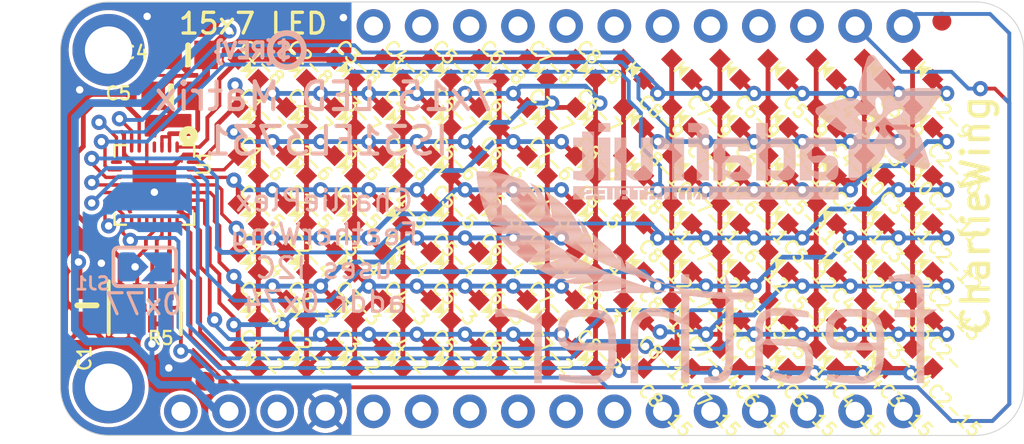
<source format=kicad_pcb>
(kicad_pcb (version 20221018) (generator pcbnew)
  (layers (0 "F.Cu" signal) (31 "B.Cu" signal) (34 "B.Paste" user) (35 "F.Paste" user) (36 "B.SilkS" user "B.Silkscreen") (37 "F.SilkS" user "F.Silkscreen") (38 "B.Mask" user) (39 "F.Mask" user) (44 "Edge.Cuts" user))
  (net 0 "")
  (net 1 "CA1")
  (net 2 "CA2")
  (net 3 "CA3")
  (net 4 "CA4")
  (net 5 "CA5")
  (net 6 "CA6")
  (net 7 "CA7")
  (net 8 "CA8")
  (net 9 "CA9")
  (net 10 "CB2")
  (net 11 "CB3")
  (net 12 "CB4")
  (net 13 "CB5")
  (net 14 "CB6")
  (net 15 "CB7")
  (net 16 "CB8")
  (net 17 "CB1")
  (net 18 "VCC")
  (net 19 "GND")
  (net 20 "R_EXT")
  (net 21 "SDA")
  (net 22 "SCL")
  (net 23 "INTB")
  (net 24 "ADDR")
  (footprint "working:CHIPLED_0603_NOOUTLINE" (layer "F.Cu") (at 153.3271 102.2096 45)
    (fp_text reference "C8-11")
    (fp_text value "")
  )
  (footprint "working:CHIPLED_0603_NOOUTLINE" (layer "F.Cu") (at 166.0271 102.2096 45)
    (fp_text reference "C3-11")
    (fp_text value "")
  )
  (footprint "working:CHIPLED_0603_NOOUTLINE" (layer "F.Cu") (at 135.5471 109.8296 -135)
    (fp_text reference "C2-3")
    (fp_text value "")
  )
  (footprint "working:CHIPLED_0603_NOOUTLINE" (layer "F.Cu") (at 153.3271 97.1296 45)
    (fp_text reference "C8-9")
    (fp_text value "")
  )
  (footprint "working:CHIPLED_0603_NOOUTLINE" (layer "F.Cu") (at 158.4071 112.3696 45)
    (fp_text reference "C6-15")
    (fp_text value "")
  )
  (footprint "working:CHIPLED_0603_NOOUTLINE" (layer "F.Cu") (at 148.2471 109.8296 -135)
    (fp_text reference "C7-3")
    (fp_text value "")
  )
  (footprint "working:CHIPLED_0603_NOOUTLINE" (layer "F.Cu") (at 143.1671 104.7496 -135)
    (fp_text reference "C5-5")
    (fp_text value "")
  )
  (footprint "working:CHIPLED_0603_NOOUTLINE" (layer "F.Cu") (at 143.1671 99.6696 -135)
    (fp_text reference "C5-7")
    (fp_text value "")
  )
  (footprint "working:CHIPLED_0603_NOOUTLINE" (layer "F.Cu") (at 133.0071 112.3696 -135)
    (fp_text reference "C1-2")
    (fp_text value "")
  )
  (footprint "working:CHIPLED_0603_NOOUTLINE" (layer "F.Cu") (at 135.5471 102.2096 -135)
    (fp_text reference "C2-6")
    (fp_text value "")
  )
  (footprint "working:CHIPLED_0603_NOOUTLINE" (layer "F.Cu") (at 168.5671 112.3696 45)
    (fp_text reference "C2-15")
    (fp_text value "")
  )
  (footprint "working:CHIPLED_0603_NOOUTLINE" (layer "F.Cu") (at 138.0871 104.7496 -135)
    (fp_text reference "C3-5")
    (fp_text value "")
  )
  (footprint "working:CHIPLED_0603_NOOUTLINE" (layer "F.Cu") (at 148.2471 112.3696 -135)
    (fp_text reference "C7-2")
    (fp_text value "")
  )
  (footprint "working:CHIPLED_0603_NOOUTLINE" (layer "F.Cu") (at 168.5671 109.8296 45)
    (fp_text reference "C2-14")
    (fp_text value "")
  )
  (footprint "working:CHIPLED_0603_NOOUTLINE" (layer "F.Cu") (at 143.1671 97.1296 -135)
    (fp_text reference "C5-8")
    (fp_text value "")
  )
  (footprint "working:0805-NO" (layer "F.Cu") (at 124.4981 109.5756 -90)
    (fp_text reference "C1")
    (fp_text value "10uF")
  )
  (footprint "working:CHIPLED_0603_NOOUTLINE" (layer "F.Cu") (at 148.2471 99.6696 -135)
    (fp_text reference "C7-7")
    (fp_text value "")
  )
  (footprint "working:CHIPLED_0603_NOOUTLINE" (layer "F.Cu") (at 148.2471 97.1296 -135)
    (fp_text reference "C7-8")
    (fp_text value "")
  )
  (footprint "working:CHIPLED_0603_NOOUTLINE" (layer "F.Cu") (at 160.9471 102.2096 45)
    (fp_text reference "C5-11")
    (fp_text value "")
  )
  (footprint "working:CHIPLED_0603_NOOUTLINE" (layer "F.Cu") (at 135.5471 97.1296 -135)
    (fp_text reference "C2-8")
    (fp_text value "")
  )
  (footprint "working:CHIPLED_0603_NOOUTLINE" (layer "F.Cu") (at 166.0271 109.8296 45)
    (fp_text reference "C3-14")
    (fp_text value "")
  )
  (footprint "working:CHIPLED_0603_NOOUTLINE" (layer "F.Cu") (at 143.1671 109.8296 -135)
    (fp_text reference "C5-3")
    (fp_text value "")
  )
  (footprint "working:CHIPLED_0603_NOOUTLINE" (layer "F.Cu") (at 140.6271 112.3696 -135)
    (fp_text reference "C4-2")
    (fp_text value "")
  )
  (footprint "working:CHIPLED_0603_NOOUTLINE" (layer "F.Cu") (at 133.0071 104.7496 -135)
    (fp_text reference "C1-5")
    (fp_text value "")
  )
  (footprint "working:CHIPLED_0603_NOOUTLINE" (layer "F.Cu") (at 135.5471 104.7496 -135)
    (fp_text reference "C2-5")
    (fp_text value "")
  )
  (footprint "working:CHIPLED_0603_NOOUTLINE" (layer "F.Cu") (at 166.0271 97.1296 45)
    (fp_text reference "C3-9")
    (fp_text value "")
  )
  (footprint "working:CHIPLED_0603_NOOUTLINE" (layer "F.Cu") (at 166.0271 112.3696 45)
    (fp_text reference "C3-15")
    (fp_text value "")
  )
  (footprint "working:CHIPLED_0603_NOOUTLINE" (layer "F.Cu") (at 163.4871 107.2896 45)
    (fp_text reference "C4-13")
    (fp_text value "")
  )
  (footprint "working:CHIPLED_0603_NOOUTLINE" (layer "F.Cu") (at 160.9471 99.6696 45)
    (fp_text reference "C5-10")
    (fp_text value "")
  )
  (footprint "working:CHIPLED_0603_NOOUTLINE" (layer "F.Cu") (at 145.7071 102.2096 -135)
    (fp_text reference "C6-6")
    (fp_text value "")
  )
  (footprint "working:CHIPLED_0603_NOOUTLINE" (layer "F.Cu") (at 145.7071 107.2896 -135)
    (fp_text reference "C6-4")
    (fp_text value "")
  )
  (footprint "working:CHIPLED_0603_NOOUTLINE" (layer "F.Cu") (at 140.6271 102.2096 -135)
    (fp_text reference "C4-6")
    (fp_text value "")
  )
  (footprint "working:CHIPLED_0603_NOOUTLINE" (layer "F.Cu") (at 158.4071 102.2096 45)
    (fp_text reference "C6-11")
    (fp_text value "")
  )
  (footprint "working:CHIPLED_0603_NOOUTLINE" (layer "F.Cu") (at 145.7071 104.7496 -135)
    (fp_text reference "C6-5")
    (fp_text value "")
  )
  (footprint "working:CHIPLED_0603_NOOUTLINE" (layer "F.Cu") (at 138.0871 97.1296 -135)
    (fp_text reference "C3-8")
    (fp_text value "")
  )
  (footprint "working:CHIPLED_0603_NOOUTLINE" (layer "F.Cu") (at 163.4871 99.6696 45)
    (fp_text reference "C4-10")
    (fp_text value "")
  )
  (footprint "working:CHIPLED_0603_NOOUTLINE" (layer "F.Cu") (at 160.9471 109.8296 45)
    (fp_text reference "C5-14")
    (fp_text value "")
  )
  (footprint "working:CHIPLED_0603_NOOUTLINE" (layer "F.Cu") (at 150.7871 104.7496 -135)
    (fp_text reference "C8-5")
    (fp_text value "")
  )
  (footprint "working:CHIPLED_0603_NOOUTLINE" (layer "F.Cu") (at 155.8671 109.8296 45)
    (fp_text reference "C7-14")
    (fp_text value "")
  )
  (footprint "working:CHIPLED_0603_NOOUTLINE" (layer "F.Cu") (at 155.8671 107.2896 45)
    (fp_text reference "C7-13")
    (fp_text value "")
  )
  (footprint "working:CHIPLED_0603_NOOUTLINE" (layer "F.Cu") (at 163.4871 109.8296 45)
    (fp_text reference "C4-14")
    (fp_text value "")
  )
  (footprint "working:CHIPLED_0603_NOOUTLINE" (layer "F.Cu") (at 150.7871 97.1296 -135)
    (fp_text reference "C8-8")
    (fp_text value "")
  )
  (footprint "working:CHIPLED_0603_NOOUTLINE" (layer "F.Cu") (at 143.1671 112.3696 -135)
    (fp_text reference "C5-2")
    (fp_text value "")
  )
  (footprint "working:CHIPLED_0603_NOOUTLINE" (layer "F.Cu") (at 135.5471 99.6696 -135)
    (fp_text reference "C2-7")
    (fp_text value "")
  )
  (footprint "working:CHIPLED_0603_NOOUTLINE" (layer "F.Cu") (at 158.4071 97.1296 45)
    (fp_text reference "C6-9")
    (fp_text value "")
  )
  (footprint "working:FIDUCIAL_1MM" (layer "F.Cu") (at 169.5831 94.5896)
    (fp_text reference "FID2" hide)
    (fp_text value "FIDUCIAL\"\"" hide)
  )
  (footprint "working:CHIPLED_0603_NOOUTLINE" (layer "F.Cu") (at 160.9471 97.1296 45)
    (fp_text reference "C5-9")
    (fp_text value "")
  )
  (footprint "working:CHIPLED_0603_NOOUTLINE" (layer "F.Cu") (at 143.1671 107.2896 -135)
    (fp_text reference "C5-4")
    (fp_text value "")
  )
  (footprint "working:CHIPLED_0603_NOOUTLINE" (layer "F.Cu") (at 145.7071 112.3696 -135)
    (fp_text reference "C6-2")
    (fp_text value "")
  )
  (footprint "working:CHIPLED_0603_NOOUTLINE" (layer "F.Cu") (at 140.6271 104.7496 -135)
    (fp_text reference "C4-5")
    (fp_text value "")
  )
  (footprint "working:CHIPLED_0603_NOOUTLINE" (layer "F.Cu") (at 153.3271 99.6696 45)
    (fp_text reference "C8-10")
    (fp_text value "")
  )
  (footprint "working:CHIPLED_0603_NOOUTLINE" (layer "F.Cu") (at 140.6271 97.1296 -135)
    (fp_text reference "C4-8")
    (fp_text value "")
  )
  (footprint "working:CHIPLED_0603_NOOUTLINE" (layer "F.Cu") (at 168.5671 99.6696 45)
    (fp_text reference "C2-10")
    (fp_text value "")
  )
  (footprint "working:CHIPLED_0603_NOOUTLINE" (layer "F.Cu") (at 158.4071 104.7496 45)
    (fp_text reference "C6-12")
    (fp_text value "")
  )
  (footprint "working:CHIPLED_0603_NOOUTLINE" (layer "F.Cu") (at 166.0271 99.6696 45)
    (fp_text reference "C3-10")
    (fp_text value "")
  )
  (footprint "working:CHIPLED_0603_NOOUTLINE" (layer "F.Cu") (at 133.0071 102.2096 -135)
    (fp_text reference "C1-6")
    (fp_text value "")
  )
  (footprint "working:CHIPLED_0603_NOOUTLINE" (layer "F.Cu") (at 150.7871 109.8296 -135)
    (fp_text reference "C8-3")
    (fp_text value "")
  )
  (footprint "working:CHIPLED_0603_NOOUTLINE" (layer "F.Cu") (at 153.3271 104.7496 45)
    (fp_text reference "C8-12")
    (fp_text value "")
  )
  (footprint "working:CHIPLED_0603_NOOUTLINE" (layer "F.Cu") (at 166.0271 104.7496 45)
    (fp_text reference "C3-12")
    (fp_text value "")
  )
  (footprint "working:CHIPLED_0603_NOOUTLINE" (layer "F.Cu") (at 140.6271 99.6696 -135)
    (fp_text reference "C4-7")
    (fp_text value "")
  )
  (footprint "working:CHIPLED_0603_NOOUTLINE" (layer "F.Cu") (at 145.7071 109.8296 -135)
    (fp_text reference "C6-3")
    (fp_text value "")
  )
  (footprint "working:CHIPLED_0603_NOOUTLINE" (layer "F.Cu") (at 163.4871 112.3696 45)
    (fp_text reference "C4-15")
    (fp_text value "")
  )
  (footprint "working:CHIPLED_0603_NOOUTLINE" (layer "F.Cu") (at 140.6271 109.8296 -135)
    (fp_text reference "C4-3")
    (fp_text value "")
  )
  (footprint "working:CHIPLED_0603_NOOUTLINE" (layer "F.Cu") (at 135.5471 112.3696 -135)
    (fp_text reference "C2-2")
    (fp_text value "")
  )
  (footprint "working:CHIPLED_0603_NOOUTLINE" (layer "F.Cu") (at 140.6271 107.2896 -135)
    (fp_text reference "C4-4")
    (fp_text value "")
  )
  (footprint "working:CHIPLED_0603_NOOUTLINE" (layer "F.Cu") (at 153.3271 107.2896 45)
    (fp_text reference "C8-13")
    (fp_text value "")
  )
  (footprint "working:CHIPLED_0603_NOOUTLINE" (layer "F.Cu") (at 155.8671 99.6696 45)
    (fp_text reference "C7-10")
    (fp_text value "")
  )
  (footprint "working:CHIPLED_0603_NOOUTLINE" (layer "F.Cu") (at 148.2471 107.2896 -135)
    (fp_text reference "C7-4")
    (fp_text value "")
  )
  (footprint "working:0805-NO" (layer "F.Cu") (at 129.8321 96.3676 180)
    (fp_text reference "C4")
    (fp_text value "10uF")
  )
  (footprint "working:CHIPLED_0603_NOOUTLINE" (layer "F.Cu") (at 155.8671 112.3696 45)
    (fp_text reference "C7-15")
    (fp_text value "")
  )
  (footprint "working:CHIPLED_0603_NOOUTLINE" (layer "F.Cu") (at 163.4871 104.7496 45)
    (fp_text reference "C4-12")
    (fp_text value "")
  )
  (footprint "working:RESPACK_4X0603" (layer "F.Cu") (at 127.5461 109.7026 180)
    (fp_text reference "R5")
    (fp_text value "10K")
  )
  (footprint "working:CHIPLED_0603_NOOUTLINE" (layer "F.Cu") (at 166.0271 107.2896 45)
    (fp_text reference "C3-13")
    (fp_text value "")
  )
  (footprint "working:CHIPLED_0603_NOOUTLINE" (layer "F.Cu") (at 153.3271 109.8296 45)
    (fp_text reference "C8-14")
    (fp_text value "")
  )
  (footprint "working:CHIPLED_0603_NOOUTLINE" (layer "F.Cu") (at 150.7871 102.2096 -135)
    (fp_text reference "C8-6")
    (fp_text value "")
  )
  (footprint "working:CHIPLED_0603_NOOUTLINE" (layer "F.Cu") (at 155.8671 104.7496 45)
    (fp_text reference "C7-12")
    (fp_text value "")
  )
  (footprint "working:CHIPLED_0603_NOOUTLINE" (layer "F.Cu") (at 153.3271 112.3696 45)
    (fp_text reference "C8-15")
    (fp_text value "")
  )
  (footprint "working:CHIPLED_0603_NOOUTLINE" (layer "F.Cu") (at 160.9471 107.2896 45)
    (fp_text reference "C5-13")
    (fp_text value "")
  )
  (footprint "working:CHIPLED_0603_NOOUTLINE" (layer "F.Cu") (at 150.7871 107.2896 -135)
    (fp_text reference "C8-4")
    (fp_text value "")
  )
  (footprint "working:CHIPLED_0603_NOOUTLINE" (layer "F.Cu") (at 158.4071 99.6696 45)
    (fp_text reference "C6-10")
    (fp_text value "")
  )
  (footprint "working:CHIPLED_0603_NOOUTLINE" (layer "F.Cu") (at 168.5671 107.2896 45)
    (fp_text reference "C2-13")
    (fp_text value "")
  )
  (footprint "working:CHIPLED_0603_NOOUTLINE" (layer "F.Cu") (at 133.0071 99.6696 -135)
    (fp_text reference "C1-7")
    (fp_text value "")
  )
  (footprint "working:CHIPLED_0603_NOOUTLINE" (layer "F.Cu") (at 163.4871 102.2096 45)
    (fp_text reference "C4-11")
    (fp_text value "")
  )
  (footprint "working:QFN28_4MM_0.4MM" (layer "F.Cu") (at 128.0541 103.2256 -90)
    (fp_text reference "U1")
    (fp_text value "IS31FL3731-SALS2")
  )
  (footprint "working:CHIPLED_0603_NOOUTLINE" (layer "F.Cu") (at 158.4071 109.8296 45)
    (fp_text reference "C6-14")
    (fp_text value "")
  )
  (footprint "working:CHIPLED_0603_NOOUTLINE" (layer "F.Cu") (at 155.8671 102.2096 45)
    (fp_text reference "C7-11")
    (fp_text value "")
  )
  (footprint "working:CHIPLED_0603_NOOUTLINE" (layer "F.Cu") (at 138.0871 107.2896 -135)
    (fp_text reference "C3-4")
    (fp_text value "")
  )
  (footprint "working:CHIPLED_0603_NOOUTLINE" (layer "F.Cu") (at 155.8671 97.1296 45)
    (fp_text reference "C7-9")
    (fp_text value "")
  )
  (footprint "working:CHIPLED_0603_NOOUTLINE" (layer "F.Cu") (at 138.0871 109.8296 -135)
    (fp_text reference "C3-3")
    (fp_text value "")
  )
  (footprint "working:CHIPLED_0603_NOOUTLINE" (layer "F.Cu") (at 168.5671 102.2096 45)
    (fp_text reference "C2-11")
    (fp_text value "")
  )
  (footprint "working:CHIPLED_0603_NOOUTLINE" (layer "F.Cu") (at 168.5671 104.7496 45)
    (fp_text reference "C2-12")
    (fp_text value "")
  )
  (footprint "working:CHIPLED_0603_NOOUTLINE" (layer "F.Cu") (at 143.1671 102.2096 -135)
    (fp_text reference "C5-6")
    (fp_text value "")
  )
  (footprint "working:CHIPLED_0603_NOOUTLINE" (layer "F.Cu") (at 168.5671 97.1296 45)
    (fp_text reference "C2-9")
    (fp_text value "")
  )
  (footprint "working:CHIPLED_0603_NOOUTLINE" (layer "F.Cu") (at 138.0871 112.3696 -135)
    (fp_text reference "C3-2")
    (fp_text value "")
  )
  (footprint "working:0805-NO" (layer "F.Cu") (at 128.9431 98.5266 180)
    (fp_text reference "C5")
    (fp_text value "0.1uF")
  )
  (footprint "working:CHIPLED_0603_NOOUTLINE" (layer "F.Cu") (at 145.7071 97.1296 -135)
    (fp_text reference "C6-8")
    (fp_text value "")
  )
  (footprint "working:CHIPLED_0603_NOOUTLINE" (layer "F.Cu") (at 133.0071 97.1296 -135)
    (fp_text reference "C1-8")
    (fp_text value "")
  )
  (footprint "working:CHIPLED_0603_NOOUTLINE" (layer "F.Cu") (at 148.2471 104.7496 -135)
    (fp_text reference "C7-5")
    (fp_text value "")
  )
  (footprint "working:CHIPLED_0603_NOOUTLINE" (layer "F.Cu") (at 158.4071 107.2896 45)
    (fp_text reference "C6-13")
    (fp_text value "")
  )
  (footprint "working:CHIPLED_0603_NOOUTLINE" (layer "F.Cu") (at 145.7071 99.6696 -135)
    (fp_text reference "C6-7")
    (fp_text value "")
  )
  (footprint "working:CHIPLED_0603_NOOUTLINE" (layer "F.Cu") (at 163.4871 97.1296 45)
    (fp_text reference "C4-9")
    (fp_text value "")
  )
  (footprint "working:CHIPLED_0603_NOOUTLINE" (layer "F.Cu") (at 160.9471 104.7496 45)
    (fp_text reference "C5-12")
    (fp_text value "")
  )
  (footprint "working:CHIPLED_0603_NOOUTLINE" (layer "F.Cu") (at 133.0071 107.2896 -135)
    (fp_text reference "C1-4")
    (fp_text value "")
  )
  (footprint "working:CHIPLED_0603_NOOUTLINE" (layer "F.Cu") (at 135.5471 107.2896 -135)
    (fp_text reference "C2-4")
    (fp_text value "")
  )
  (footprint "working:CHIPLED_0603_NOOUTLINE" (layer "F.Cu") (at 138.0871 99.6696 -135)
    (fp_text reference "C3-7")
    (fp_text value "")
  )
  (footprint "working:CHIPLED_0603_NOOUTLINE" (layer "F.Cu") (at 148.2471 102.2096 -135)
    (fp_text reference "C7-6")
    (fp_text value "")
  )
  (footprint "working:CHIPLED_0603_NOOUTLINE" (layer "F.Cu") (at 150.7871 99.6696 -135)
    (fp_text reference "C8-7")
    (fp_text value "")
  )
  (footprint "working:CHIPLED_0603_NOOUTLINE" (layer "F.Cu") (at 150.7871 112.3696 -135)
    (fp_text reference "C8-2")
    (fp_text value "")
  )
  (footprint "working:CHIPLED_0603_NOOUTLINE" (layer "F.Cu") (at 133.0071 109.8296 -135)
    (fp_text reference "C1-3")
    (fp_text value "")
  )
  (footprint "working:FEATHERWING" (layer "F.Cu") (at 123.1011 116.4336)
    (fp_text reference "MS1" hide)
    (fp_text value "FEATHERWING" hide)
    (fp_line (start 0 -20.32) (end 0 -2.54) (stroke (width 0.05)) (layer "Edge.Cuts"))
    (fp_line (start 2.54 0) (end 48.26 0) (stroke (width 0.05)) (layer "Edge.Cuts"))
    (fp_line (start 48.26 -22.86) (end 2.54 -22.86) (stroke (width 0.05)) (layer "Edge.Cuts"))
    (fp_line (start 50.8 -2.54) (end 50.8 -20.32) (stroke (width 0.05)) (layer "Edge.Cuts"))
    (fp_arc (start 0 -20.32) (mid 0.743949 -22.116051) (end 2.54 -22.86) (stroke (width 0.05)) (layer "Edge.Cuts"))
    (fp_arc (start 2.54 0) (mid 0.743949 -0.743949) (end 0 -2.54) (stroke (width 0.05)) (layer "Edge.Cuts"))
    (fp_arc (start 48.26 -22.86) (mid 50.056051 -22.116051) (end 50.8 -20.32) (stroke (width 0.05)) (layer "Edge.Cuts"))
    (fp_arc (start 50.8 -2.54) (mid 50.056051 -0.743949) (end 48.26 0) (stroke (width 0.05)) (layer "Edge.Cuts"))
  )
  (footprint "working:CHIPLED_0603_NOOUTLINE" (layer "F.Cu") (at 138.0871 102.2096 -135)
    (fp_text reference "C3-6")
    (fp_text value "")
  )
  (footprint "working:FIDUCIAL_1MM" (layer "F.Cu") (at 130.7211 113.5761)
    (fp_text reference "FID1" hide)
    (fp_text value "FIDUCIAL\"\"" hide)
  )
  (footprint "working:CHIPLED_0603_NOOUTLINE" (layer "F.Cu") (at 160.9471 112.3696 45)
    (fp_text reference "C5-15")
    (fp_text value "")
  )
  (footprint "working:SOLDERJUMPER_ARROW_NOPASTE" (layer "B.Cu") (at 127.5461 107.5436)
    (fp_text reference "SJ1")
    (fp_text value "")
  )
  (footprint "working:FEATHERLOGO" (layer "B.Cu") (at 169.3291 113.7666 180)
    (fp_text reference "U$6" hide)
    (fp_text value "" hide)
  )
  (footprint "working:ADAFRUIT_TEXT_20MM" (layer "B.Cu") (at 169.7101 103.9876 180)
    (fp_text reference "U$2" hide)
    (fp_text value "" hide)
  )
  (footprint "working:PCBFEAT-REV-040" (layer "B.Cu") (at 135.0391 96.1136 180)
    (fp_text reference "U$1" hide)
    (fp_text value "" hide)
  )
  (gr_text "CharliePlex\nFeatherWing\nuses I2C\naddr 0x74" (at 137.0076 106.7181) (layer "B.SilkS") (effects (font (size 1.1049 1.1049) (thickness 0.1651)) (justify mirror)))
  (gr_text "0x77" (at 127.4826 109.5121) (layer "B.SilkS") (effects (font (size 1.1049 1.1049) (thickness 0.1651)) (justify mirror)))
  (gr_text "7x15 LED Matrix\nIS31FL3731" (at 137.1346 99.7331) (layer "B.SilkS") (effects (font (size 1.458468 1.458468) (thickness 0.217932)) (justify mirror)))
  (gr_text "15x7 LED" (at 133.2611 94.7166) (layer "F.SilkS") (effects (font (size 1.0922 1.0922) (thickness 0.1778))))
  (gr_text "CharlieWing" (at 171.3611 104.8131 90) (layer "F.SilkS") (effects (font (size 1.441704 1.441704) (thickness 0.234696))))
  (segment (start 130.4671 110.9726) (end 132.394431 112.899932) (width 0.2032) (layer "F.Cu") (net 1))
  (segment (start 133.537428 112.899932) (end 133.537428 110.359932) (width 0.254) (layer "F.Cu") (net 1))
  (segment (start 133.537428 105.279932) (end 133.537428 102.739932) (width 0.254) (layer "F.Cu") (net 1))
  (segment (start 129.4191 105.2256) (end 129.2541 105.2256) (width 0.1778) (layer "F.Cu") (net 1))
  (segment (start 133.537428 107.819932) (end 133.537428 105.279932) (width 0.254) (layer "F.Cu") (net 1))
  (segment (start 133.5151 97.6376) (end 133.5151 100.1776) (width 0.254) (layer "F.Cu") (net 1))
  (segment (start 132.394431 112.899932) (end 133.537428 112.899932) (width 0.2032) (layer "F.Cu") (net 1))
  (segment (start 129.4191 105.2256) (end 129.9591 105.7656) (width 0.2032) (layer "F.Cu") (net 1))
  (segment (start 129.9591 107.6706) (end 130.4671 108.1786) (width 0.2032) (layer "F.Cu") (net 1))
  (segment (start 133.537428 97.659932) (end 133.5151 97.6376) (width 0.254) (layer "F.Cu") (net 1))
  (segment (start 133.5151 100.1776) (end 133.537428 100.199932) (width 0.254) (layer "F.Cu") (net 1))
  (segment (start 133.537428 100.199932) (end 133.537428 97.659932) (width 0.254) (layer "F.Cu") (net 1))
  (segment (start 133.537428 110.359932) (end 133.537428 107.819932) (width 0.254) (layer "F.Cu") (net 1))
  (segment (start 133.537428 102.739932) (end 133.537428 100.199932) (width 0.254) (layer "F.Cu") (net 1))
  (segment (start 129.9591 105.7656) (end 129.9591 107.6706) (width 0.2032) (layer "F.Cu") (net 1))
  (segment (start 130.4671 108.1786) (end 130.4671 110.9726) (width 0.2032) (layer "F.Cu") (net 1))
  (segment (start 142.636768 111.839272) (end 141.8971 111.0996) (width 0.254) (layer "F.Cu") (net 2))
  (segment (start 136.077428 110.359932) (end 136.077428 107.819932) (width 0.254) (layer "F.Cu") (net 2))
  (segment (start 130.9751 110.0836) (end 131.2291 110.3376) (width 0.2032) (layer "F.Cu") (net 2))
  (segment (start 136.077428 100.199932) (end 136.077428 97.659932) (width 0.254) (layer "F.Cu") (net 2))
  (segment (start 136.8171 111.0996) (end 137.556768 111.839272) (width 0.254) (layer "F.Cu") (net 2))
  (segment (start 130.4671 107.5436) (end 130.9751 108.0516) (width 0.2032) (layer "F.Cu") (net 2))
  (segment (start 136.077428 102.739932) (end 136.077428 100.199932) (width 0.254) (layer "F.Cu") (net 2))
  (segment (start 130.9751 108.0516) (end 130.9751 110.0836) (width 0.2032) (layer "F.Cu") (net 2))
  (segment (start 140.096768 111.839272) (end 139.3571 111.0996) (width 0.254) (layer "F.Cu") (net 2))
  (segment (start 150.256768 111.839272) (end 149.5171 111.0996) (width 0.254) (layer "F.Cu") (net 2))
  (segment (start 137.556768 111.839272) (end 137.534443 111.8616) (width 0.254) (layer "F.Cu") (net 2))
  (segment (start 147.716768 111.839272) (end 146.9771 111.0996) (width 0.254) (layer "F.Cu") (net 2))
  (segment (start 130.1431 104.4256) (end 130.2131 104.4956) (width 0.1778) (layer "F.Cu") (net 2))
  (segment (start 145.176768 111.839272) (end 144.4371 111.0996) (width 0.254) (layer "F.Cu") (net 2))
  (segment (start 130.2131 104.4956) (end 130.2131 105.3846) (width 0.1778) (layer "F.Cu") (net 2))
  (segment (start 137.115759 111.8616) (end 136.077428 112.899932) (width 0.254) (layer "F.Cu") (net 2))
  (segment (start 136.077428 107.819932) (end 136.077428 105.279932) (width 0.254) (layer "F.Cu") (net 2))
  (segment (start 130.4671 105.6386) (end 130.4671 107.5436) (width 0.2032) (layer "F.Cu") (net 2))
  (segment (start 136.077428 110.359932) (end 136.077428 112.899932) (width 0.254) (layer "F.Cu") (net 2))
  (segment (start 137.534443 111.8616) (end 137.115759 111.8616) (width 0.254) (layer "F.Cu") (net 2))
  (segment (start 136.077428 105.279932) (end 136.077428 102.739932) (width 0.254) (layer "F.Cu") (net 2))
  (segment (start 130.0541 104.4256) (end 130.1431 104.4256) (width 0.1778) (layer "F.Cu") (net 2))
  (segment (start 130.2131 105.3846) (end 130.4671 105.6386) (width 0.2032) (layer "F.Cu") (net 2))
  (via (at 131.2291 110.3376) (size 0.8001) (drill 0.3937) (layers "F.Cu" "B.Cu") (net 2))
  (via (at 149.5171 111.0996) (size 0.8001) (drill 0.3937) (layers "F.Cu" "B.Cu") (net 2))
  (via (at 136.8171 111.0996) (size 0.8001) (drill 0.3937) (layers "F.Cu" "B.Cu") (net 2))
  (via (at 141.8971 111.0996) (size 0.8001) (drill 0.3937) (layers "F.Cu" "B.Cu") (net 2))
  (via (at 144.4371 111.0996) (size 0.8001) (drill 0.3937) (layers "F.Cu" "B.Cu") (net 2))
  (via (at 139.3571 111.0996) (size 0.8001) (drill 0.3937) (layers "F.Cu" "B.Cu") (net 2))
  (via (at 146.9771 111.0996) (size 0.8001) (drill 0.3937) (layers "F.Cu" "B.Cu") (net 2))
  (segment (start 131.2291 110.3376) (end 131.2291 110.5916) (width 0.2032) (layer "B.Cu") (net 2))
  (segment (start 132.7531 111.3536) (end 136.5631 111.3536) (width 0.254) (layer "B.Cu") (net 2))
  (segment (start 131.2291 110.5916) (end 131.9911 111.3536) (width 0.2032) (layer "B.Cu") (net 2))
  (segment (start 139.3571 111.0996) (end 136.8171 111.0996) (width 0.254) (layer "B.Cu") (net 2))
  (segment (start 141.8971 111.0996) (end 139.3571 111.0996) (width 0.254) (layer "B.Cu") (net 2))
  (segment (start 131.9911 111.3536) (end 132.7531 111.3536) (width 0.2032) (layer "B.Cu") (net 2))
  (segment (start 149.5171 111.0996) (end 146.9771 111.0996) (width 0.254) (layer "B.Cu") (net 2))
  (segment (start 144.4371 111.0996) (end 141.8971 111.0996) (width 0.254) (layer "B.Cu") (net 2))
  (segment (start 136.5631 111.3536) (end 136.8171 111.0996) (width 0.254) (layer "B.Cu") (net 2))
  (segment (start 146.9771 111.0996) (end 144.4371 111.0996) (width 0.254) (layer "B.Cu") (net 2))
  (segment (start 135.016768 110.823269) (end 134.7851 110.5916) (width 0.254) (layer "F.Cu") (net 3))
  (segment (start 130.0541 104.0256) (end 130.6321 104.0256) (width 0.1778) (layer "F.Cu") (net 3))
  (segment (start 132.476768 111.839272) (end 132.476768 110.823269) (width 0.254) (layer "F.Cu") (net 3))
  (segment (start 130.7211 104.1146) (end 130.7211 105.2576) (width 0.2032) (layer "F.Cu") (net 3))
  (segment (start 135.016768 111.839272) (end 135.016768 110.823269) (width 0.254) (layer "F.Cu") (net 3))
  (segment (start 131.4831 107.9246) (end 131.4831 109.4486) (width 0.2032) (layer "F.Cu") (net 3))
  (segment (start 140.074443 109.3216) (end 139.655759 109.3216) (width 0.254) (layer "F.Cu") (net 3))
  (segment (start 147.716768 109.299272) (end 146.9771 108.5596) (width 0.254) (layer "F.Cu") (net 3))
  (segment (start 138.617428 112.899932) (end 138.617428 110.359932) (width 0.254) (layer "F.Cu") (net 3))
  (segment (start 138.617428 100.199932) (end 138.617428 97.659932) (width 0.254) (layer "F.Cu") (net 3))
  (segment (start 139.655759 109.3216) (end 138.617428 110.359932) (width 0.254) (layer "F.Cu") (net 3))
  (segment (start 130.9751 107.4166) (end 131.4831 107.9246) (width 0.2032) (layer "F.Cu") (net 3))
  (segment (start 138.617428 107.819932) (end 138.617428 105.279932) (width 0.254) (layer "F.Cu") (net 3))
  (segment (start 132.2451 110.2106) (end 132.2451 110.5916) (width 0.2032) (layer "F.Cu") (net 3))
  (segment (start 132.476768 110.823269) (end 132.2451 110.5916) (width 0.254) (layer "F.Cu") (net 3))
  (segment (start 131.4831 109.4486) (end 132.2451 110.2106) (width 0.2032) (layer "F.Cu") (net 3))
  (segment (start 130.9751 105.5116) (end 130.9751 107.4166) (width 0.2032) (layer "F.Cu") (net 3))
  (segment (start 130.7211 105.2576) (end 130.9751 105.5116) (width 0.2032) (layer "F.Cu") (net 3))
  (segment (start 149.5171 108.5596) (end 150.256768 109.299272) (width 0.254) (layer "F.Cu") (net 3))
  (segment (start 140.096768 109.299272) (end 139.3571 108.5596) (width 0.254) (layer "F.Cu") (net 3))
  (segment (start 145.176768 109.299272) (end 144.4371 108.5596) (width 0.254) (layer "F.Cu") (net 3))
  (segment (start 138.617428 102.739932) (end 138.617428 100.199932) (width 0.254) (layer "F.Cu") (net 3))
  (segment (start 138.617428 105.279932) (end 138.617428 102.739932) (width 0.254) (layer "F.Cu") (net 3))
  (segment (start 140.096768 109.299272) (end 140.074443 109.3216) (width 0.254) (layer "F.Cu") (net 3))
  (segment (start 142.636768 109.299272) (end 141.8971 108.5596) (width 0.254) (layer "F.Cu") (net 3))
  (segment (start 130.6321 104.0256) (end 130.7211 104.1146) (width 0.1778) (layer "F.Cu") (net 3))
  (segment (start 138.617428 107.819932) (end 139.3571 108.5596) (width 0.254) (layer "F.Cu") (net 3))
  (via (at 146.9771 108.5596) (size 0.8001) (drill 0.3937) (layers "F.Cu" "B.Cu") (net 3))
  (via (at 139.3571 108.5596) (size 0.8001) (drill 0.3937) (layers "F.Cu" "B.Cu") (net 3))
  (via (at 141.8971 108.5596) (size 0.8001) (drill 0.3937) (layers "F.Cu" "B.Cu") (net 3))
  (via (at 132.2451 110.5916) (size 0.8001) (drill 0.3937) (layers "F.Cu" "B.Cu") (net 3))
  (via (at 149.5171 108.5596) (size 0.8001) (drill 0.3937) (layers "F.Cu" "B.Cu") (net 3))
  (via (at 144.4371 108.5596) (size 0.8001) (drill 0.3937) (layers "F.Cu" "B.Cu") (net 3))
  (via (at 134.7851 110.5916) (size 0.8001) (drill 0.3937) (layers "F.Cu" "B.Cu") (net 3))
  (segment (start 139.3571 108.5596) (end 141.8971 108.5596) (width 0.254) (layer "B.Cu") (net 3))
  (segment (start 132.2451 110.5916) (end 134.7851 110.5916) (width 0.254) (layer "B.Cu") (net 3))
  (segment (start 139.1031 108.5596) (end 139.3571 108.5596) (width 0.254) (layer "B.Cu") (net 3))
  (segment (start 146.9771 108.5596) (end 149.5171 108.5596) (width 0.254) (layer "B.Cu") (net 3))
  (segment (start 135.2931 110.0836) (end 137.5791 110.0836) (width 0.254) (layer "B.Cu") (net 3))
  (segment (start 144.4371 108.5596) (end 146.9771 108.5596) (width 0.254) (layer "B.Cu") (net 3))
  (segment (start 141.8971 108.5596) (end 144.4371 108.5596) (width 0.254) (layer "B.Cu") (net 3))
  (segment (start 134.7851 110.5916) (end 135.2931 110.0836) (width 0.254) (layer "B.Cu") (net 3))
  (segment (start 137.5791 110.0836) (end 139.1031 108.5596) (width 0.254) (layer "B.Cu") (net 3))
  (segment (start 132.476768 108.283269) (end 132.2451 108.0516) (width 0.254) (layer "F.Cu") (net 4))
  (segment (start 131.2291 103.8606) (end 131.2291 105.1306) (width 0.1778) (layer "F.Cu") (net 4))
  (segment (start 141.157428 105.279932) (end 141.8971 106.0196) (width 0.254) (layer "F.Cu") (net 4))
  (segment (start 131.4831 105.3846) (end 131.4831 107.2896) (width 0.2032) (layer "F.Cu") (net 4))
  (segment (start 134.2771 108.5596) (end 135.016768 109.299272) (width 0.254) (layer "F.Cu") (net 4))
  (segment (start 147.716768 106.759272) (end 146.9771 106.0196) (width 0.254) (layer "F.Cu") (net 4))
  (segment (start 145.176768 106.759272) (end 144.4371 106.0196) (width 0.254) (layer "F.Cu") (net 4))
  (segment (start 141.157428 102.739932) (end 141.157428 100.199932) (width 0.254) (layer "F.Cu") (net 4))
  (segment (start 141.157428 105.279932) (end 141.157428 102.739932) (width 0.254) (layer "F.Cu") (net 4))
  (segment (start 141.157428 112.899932) (end 141.157428 110.359932) (width 0.254) (layer "F.Cu") (net 4))
  (segment (start 141.157428 110.359932) (end 141.157428 107.819932) (width 0.254) (layer "F.Cu") (net 4))
  (segment (start 131.4831 107.2896) (end 132.2451 108.0516) (width 0.2032) (layer "F.Cu") (net 4))
  (segment (start 132.476768 109.299272) (end 132.476768 108.283269) (width 0.254) (layer "F.Cu") (net 4))
  (segment (start 141.157428 100.199932) (end 141.157428 97.659932) (width 0.254) (layer "F.Cu") (net 4))
  (segment (start 137.556768 109.299272) (end 136.8171 108.5596) (width 0.254) (layer "F.Cu") (net 4))
  (segment (start 130.9941 103.6256) (end 131.2291 103.8606) (width 0.1778) (layer "F.Cu") (net 4))
  (segment (start 141.157428 107.819932) (end 141.157428 105.279932) (width 0.254) (layer "F.Cu") (net 4))
  (segment (start 142.636768 106.759272) (end 141.8971 106.0196) (width 0.254) (layer "F.Cu") (net 4))
  (segment (start 130.0541 103.6256) (end 130.9941 103.6256) (width 0.1778) (layer "F.Cu") (net 4))
  (segment (start 149.5171 106.0196) (end 150.256768 106.759272) (width 0.254) (layer "F.Cu") (net 4))
  (segment (start 131.2291 105.1306) (end 131.4831 105.3846) (width 0.2032) (layer "F.Cu") (net 4))
  (via (at 144.4371 106.0196) (size 0.8001) (drill 0.3937) (layers "F.Cu" "B.Cu") (net 4))
  (via (at 141.8971 106.0196) (size 0.8001) (drill 0.3937) (layers "F.Cu" "B.Cu") (net 4))
  (via (at 149.5171 106.0196) (size 0.8001) (drill 0.3937) (layers "F.Cu" "B.Cu") (net 4))
  (via (at 146.9771 106.0196) (size 0.8001) (drill 0.3937) (layers "F.Cu" "B.Cu") (net 4))
  (via (at 136.8171 108.5596) (size 0.8001) (drill 0.3937) (layers "F.Cu" "B.Cu") (net 4))
  (via (at 134.2771 108.5596) (size 0.8001) (drill 0.3937) (layers "F.Cu" "B.Cu") (net 4))
  (via (at 132.2451 108.0516) (size 0.8001) (drill 0.3937) (layers "F.Cu" "B.Cu") (net 4))
  (segment (start 146.9771 106.0196) (end 149.5171 106.0196) (width 0.254) (layer "B.Cu") (net 4))
  (segment (start 136.8171 108.5596) (end 138.0871 107.2896) (width 0.254) (layer "B.Cu") (net 4))
  (segment (start 136.8171 108.5596) (end 134.2771 108.5596) (width 0.254) (layer "B.Cu") (net 4))
  (segment (start 132.7531 108.5596) (end 132.2451 108.0516) (width 0.254) (layer "B.Cu") (net 4))
  (segment (start 134.2771 108.5596) (end 132.7531 108.5596) (width 0.254) (layer "B.Cu") (net 4))
  (segment (start 141.8971 106.0196) (end 144.4371 106.0196) (width 0.254) (layer "B.Cu") (net 4))
  (segment (start 144.4371 106.0196) (end 146.9771 106.0196) (width 0.254) (layer "B.Cu") (net 4))
  (segment (start 140.1191 107.2896) (end 141.3891 106.0196) (width 0.254) (layer "B.Cu") (net 4))
  (segment (start 138.0871 107.2896) (end 140.1191 107.2896) (width 0.254) (layer "B.Cu") (net 4))
  (segment (start 141.3891 106.0196) (end 141.8971 106.0196) (width 0.254) (layer "B.Cu") (net 4))
  (segment (start 145.176768 104.219272) (end 144.4371 103.4796) (width 0.254) (layer "F.Cu") (net 5))
  (segment (start 143.697428 97.659932) (end 143.697428 100.199932) (width 0.254) (layer "F.Cu") (net 5))
  (segment (start 143.697428 102.739932) (end 143.697428 105.279932) (width 0.254) (layer "F.Cu") (net 5))
  (segment (start 131.6101 103.4796) (end 131.6101 104.7496) (width 0.1778) (layer "F.Cu") (net 5))
  (segment (start 131.3561 103.2256) (end 131.6101 103.4796) (width 0.1778) (layer "F.Cu") (net 5))
  (segment (start 143.697428 110.359932) (end 143.697428 112.899932) (width 0.254) (layer "F.Cu") (net 5))
  (segment (start 132.476768 106.759272) (end 132.3721 106.654604) (width 0.254) (layer "F.Cu") (net 5))
  (segment (start 131.6101 104.7496) (end 132.3721 105.5116) (width 0.1778) (layer "F.Cu") (net 5))
  (segment (start 149.5171 103.4796) (end 150.256768 104.219272) (width 0.254) (layer "F.Cu") (net 5))
  (segment (start 147.716768 104.219272) (end 146.9771 103.4796) (width 0.254) (layer "F.Cu") (net 5))
  (segment (start 130.0541 103.2256) (end 131.3561 103.2256) (width 0.1778) (layer "F.Cu") (net 5))
  (segment (start 132.3721 106.654604) (end 132.3721 105.5116) (width 0.254) (layer "F.Cu") (net 5))
  (segment (start 143.697428 100.199932) (end 143.697428 102.739932) (width 0.254) (layer "F.Cu") (net 5))
  (segment (start 143.697428 105.279932) (end 143.697428 107.819932) (width 0.254) (layer "F.Cu") (net 5))
  (segment (start 140.096768 106.759272) (end 139.3571 106.0196) (width 0.254) (layer "F.Cu") (net 5))
  (segment (start 143.697428 102.739932) (end 144.4371 103.4796) (width 0.254) (layer "F.Cu") (net 5))
  (segment (start 136.8171 106.0196) (end 137.556768 106.759272) (width 0.254) (layer "F.Cu") (net 5))
  (segment (start 135.016768 106.759272) (end 134.2771 106.0196) (width 0.254) (layer "F.Cu") (net 5))
  (segment (start 143.697428 107.819932) (end 143.697428 110.359932) (width 0.254) (layer "F.Cu") (net 5))
  (via (at 149.5171 103.4796) (size 0.8001) (drill 0.3937) (layers "F.Cu" "B.Cu") (net 5))
  (via (at 136.8171 106.0196) (size 0.8001) (drill 0.3937) (layers "F.Cu" "B.Cu") (net 5))
  (via (at 132.3721 105.5116) (size 0.8001) (drill 0.3937) (layers "F.Cu" "B.Cu") (net 5))
  (via (at 134.2771 106.0196) (size 0.8001) (drill 0.3937) (layers "F.Cu" "B.Cu") (net 5))
  (via (at 139.3571 106.0196) (size 0.8001) (drill 0.3937) (layers "F.Cu" "B.Cu") (net 5))
  (via (at 146.9771 103.4796) (size 0.8001) (drill 0.3937) (layers "F.Cu" "B.Cu") (net 5))
  (via (at 144.4371 103.4796) (size 0.8001) (drill 0.3937) (layers "F.Cu" "B.Cu") (net 5))
  (segment (start 132.8801 106.0196) (end 134.2771 106.0196) (width 0.254) (layer "B.Cu") (net 5))
  (segment (start 144.4371 103.4796) (end 146.9771 103.4796) (width 0.254) (layer "B.Cu") (net 5))
  (segment (start 134.2771 106.0196) (end 136.8171 106.0196) (width 0.254) (layer "B.Cu") (net 5))
  (segment (start 139.3571 106.0196) (end 140.6271 104.7496) (width 0.254) (layer "B.Cu") (net 5))
  (segment (start 139.3571 106.0196) (end 136.8171 106.0196) (width 0.254) (layer "B.Cu") (net 5))
  (segment (start 143.9291 103.4796) (end 144.4371 103.4796) (width 0.254) (layer "B.Cu") (net 5))
  (segment (start 132.3721 105.5116) (end 132.8801 106.0196) (width 0.254) (layer "B.Cu") (net 5))
  (segment (start 142.6591 104.7496) (end 143.9291 103.4796) (width 0.254) (layer "B.Cu") (net 5))
  (segment (start 146.9771 103.4796) (end 149.5171 103.4796) (width 0.254) (layer "B.Cu") (net 5))
  (segment (start 140.6271 104.7496) (end 142.6591 104.7496) (width 0.254) (layer "B.Cu") (net 5))
  (segment (start 137.556768 104.219272) (end 136.8171 103.4796) (width 0.254) (layer "F.Cu") (net 6))
  (segment (start 132.0991 102.8256) (end 132.2451 102.9716) (width 0.254) (layer "F.Cu") (net 6))
  (segment (start 142.636768 104.219272) (end 141.8971 103.4796) (width 0.254) (layer "F.Cu") (net 6))
  (segment (start 132.476768 103.203269) (end 132.2451 102.9716) (width 0.254) (layer "F.Cu") (net 6))
  (segment (start 146.237428 107.819932) (end 146.237428 105.279932) (width 0.254) (layer "F.Cu") (net 6))
  (segment (start 147.716768 101.679272) (end 146.9771 100.9396) (width 0.254) (layer "F.Cu") (net 6))
  (segment (start 130.0541 102.8256) (end 132.0991 102.8256) (width 0.1778) (layer "F.Cu") (net 6))
  (segment (start 146.237428 100.199932) (end 146.9771 100.9396) (width 0.254) (layer "F.Cu") (net 6))
  (segment (start 146.237428 110.359932) (end 146.237428 107.819932) (width 0.254) (layer "F.Cu") (net 6))
  (segment (start 146.237428 97.659932) (end 146.237428 100.199932) (width 0.254) (layer "F.Cu") (net 6))
  (segment (start 146.237428 112.899932) (end 146.237428 110.359932) (width 0.254) (layer "F.Cu") (net 6))
  (segment (start 132.476768 104.219272) (end 132.476768 103.203269) (width 0.254) (layer "F.Cu") (net 6))
  (segment (start 146.237428 102.739932) (end 146.237428 100.199932) (width 0.254) (layer "F.Cu") (net 6))
  (segment (start 146.237428 105.279932) (end 146.237428 102.739932) (width 0.254) (layer "F.Cu") (net 6))
  (segment (start 139.3571 103.4796) (end 140.096768 104.219272) (width 0.254) (layer "F.Cu") (net 6))
  (segment (start 149.5171 100.9396) (end 150.256768 101.679272) (width 0.254) (layer "F.Cu") (net 6))
  (segment (start 135.016768 104.219272) (end 134.2771 103.4796) (width 0.254) (layer "F.Cu") (net 6))
  (via (at 136.8171 103.4796) (size 0.8001) (drill 0.3937) (layers "F.Cu" "B.Cu") (net 6))
  (via (at 139.3571 103.4796) (size 0.8001) (drill 0.3937) (layers "F.Cu" "B.Cu") (net 6))
  (via (at 149.5171 100.9396) (size 0.8001) (drill 0.3937) (layers "F.Cu" "B.Cu") (net 6))
  (via (at 146.9771 100.9396) (size 0.8001) (drill 0.3937) (layers "F.Cu" "B.Cu") (net 6))
  (via (at 141.8971 103.4796) (size 0.8001) (drill 0.3937) (layers "F.Cu" "B.Cu") (net 6))
  (via (at 134.2771 103.4796) (size 0.8001) (drill 0.3937) (layers "F.Cu" "B.Cu") (net 6))
  (via (at 132.2451 102.9716) (size 0.8001) (drill 0.3937) (layers "F.Cu" "B.Cu") (net 6))
  (segment (start 132.7531 103.4796) (end 132.2451 102.9716) (width 0.254) (layer "B.Cu") (net 6))
  (segment (start 142.9131 102.4636) (end 144.4371 102.4636) (width 0.254) (layer "B.Cu") (net 6))
  (segment (start 141.8971 103.4796) (end 142.9131 102.4636) (width 0.254) (layer "B.Cu") (net 6))
  (segment (start 141.8971 103.4796) (end 139.3571 103.4796) (width 0.254) (layer "B.Cu") (net 6))
  (segment (start 146.9771 100.9396) (end 149.5171 100.9396) (width 0.254) (layer "B.Cu") (net 6))
  (segment (start 144.4371 102.4636) (end 145.9611 100.9396) (width 0.254) (layer "B.Cu") (net 6))
  (segment (start 136.8171 103.4796) (end 139.3571 103.4796) (width 0.254) (layer "B.Cu") (net 6))
  (segment (start 134.2771 103.4796) (end 136.8171 103.4796) (width 0.254) (layer "B.Cu") (net 6))
  (segment (start 134.2771 103.4796) (end 132.7531 103.4796) (width 0.254) (layer "B.Cu") (net 6))
  (segment (start 145.9611 100.9396) (end 146.9771 100.9396) (width 0.254) (layer "B.Cu") (net 6))
  (segment (start 148.777428 97.659932) (end 148.777428 98.675929) (width 0.254) (layer "F.Cu") (net 7))
  (segment (start 148.777428 107.819932) (end 148.777428 105.279932) (width 0.254) (layer "F.Cu") (net 7))
  (segment (start 149.240771 99.139272) (end 149.0091 98.9076) (width 0.254) (layer "F.Cu") (net 7))
  (segment (start 132.476768 101.679272) (end 132.476768 100.663269) (width 0.254) (layer "F.Cu") (net 7))
  (segment (start 148.777428 110.359932) (end 148.777428 107.819932) (width 0.254) (layer "F.Cu") (net 7))
  (segment (start 148.777428 99.139272) (end 149.0091 98.9076) (width 0.254) (layer "F.Cu") (net 7))
  (segment (start 148.777428 98.675929) (end 149.0091 98.9076) (width 0.254) (layer "F.Cu") (net 7))
  (segment (start 131.73044 102.4256) (end 132.476768 101.679272) (width 0.1778) (layer "F.Cu") (net 7))
  (segment (start 130.0541 102.4256) (end 131.73044 102.4256) (width 0.1778) (layer "F.Cu") (net 7))
  (segment (start 148.777428 100.199932) (end 148.777428 99.139272) (width 0.254) (layer "F.Cu") (net 7))
  (segment (start 150.256768 99.139272) (end 149.240771 99.139272) (width 0.254) (layer "F.Cu") (net 7))
  (segment (start 132.476768 100.663269) (end 132.2451 100.4316) (width 0.254) (layer "F.Cu") (net 7))
  (segment (start 140.096768 101.679272) (end 139.3571 100.9396) (width 0.254) (layer "F.Cu") (net 7))
  (segment (start 137.556768 101.679272) (end 136.8171 100.9396) (width 0.254) (layer "F.Cu") (net 7))
  (segment (start 134.2771 100.9396) (end 135.016768 101.679272) (width 0.254) (layer "F.Cu") (net 7))
  (segment (start 145.176768 101.679272) (end 144.4371 100.9396) (width 0.254) (layer "F.Cu") (net 7))
  (segment (start 142.636768 101.679272) (end 141.8971 100.9396) (width 0.254) (layer "F.Cu") (net 7))
  (segment (start 148.777428 112.899932) (end 148.777428 110.359932) (width 0.254) (layer "F.Cu") (net 7))
  (segment (start 148.777428 105.279932) (end 148.777428 102.739932) (width 0.254) (layer "F.Cu") (net 7))
  (segment (start 148.777428 102.739932) (end 148.777428 100.199932) (width 0.254) (layer "F.Cu") (net 7))
  (via (at 149.0091 98.9076) (size 0.8001) (drill 0.3937) (layers "F.Cu" "B.Cu") (net 7))
  (via (at 139.3571 100.9396) (size 0.8001) (drill 0.3937) (layers "F.Cu" "B.Cu") (net 7))
  (via (at 134.2771 100.9396) (size 0.8001) (drill 0.3937) (layers "F.Cu" "B.Cu") (net 7))
  (via (at 132.2451 100.4316) (size 0.8001) (drill 0.3937) (layers "F.Cu" "B.Cu") (net 7))
  (via (at 144.4371 100.9396) (size 0.8001) (drill 0.3937) (layers "F.Cu" "B.Cu") (net 7))
  (via (at 141.8971 100.9396) (size 0.8001) (drill 0.3937) (layers "F.Cu" "B.Cu") (net 7))
  (via (at 136.8171 100.9396) (size 0.8001) (drill 0.3937) (layers "F.Cu" "B.Cu") (net 7))
  (segment (start 132.7531 100.9396) (end 132.2451 100.4316) (width 0.254) (layer "B.Cu") (net 7))
  (segment (start 136.8171 100.9396) (end 134.2771 100.9396) (width 0.254) (layer "B.Cu") (net 7))
  (segment (start 145.4531 99.9236) (end 146.7231 99.9236) (width 0.254) (layer "B.Cu") (net 7))
  (segment (start 144.4371 100.9396) (end 141.8971 100.9396) (width 0.254) (layer "B.Cu") (net 7))
  (segment (start 139.3571 100.9396) (end 136.8171 100.9396) (width 0.254) (layer "B.Cu") (net 7))
  (segment (start 144.4371 100.9396) (end 145.4531 99.9236) (width 0.254) (layer "B.Cu") (net 7))
  (segment (start 147.7391 98.9076) (end 149.0091 98.9076) (width 0.254) (layer "B.Cu") (net 7))
  (segment (start 146.7231 99.9236) (end 147.7391 98.9076) (width 0.254) (layer "B.Cu") (net 7))
  (segment (start 141.8971 100.9396) (end 139.3571 100.9396) (width 0.254) (layer "B.Cu") (net 7))
  (segment (start 134.2771 100.9396) (end 132.7531 100.9396) (width 0.254) (layer "B.Cu") (net 7))
  (segment (start 151.317428 97.659932) (end 151.317428 100.199932) (width 0.254) (layer "F.Cu") (net 8))
  (segment (start 151.317428 105.279932) (end 151.317428 107.819932) (width 0.254) (layer "F.Cu") (net 8))
  (segment (start 151.317428 100.199932) (end 151.317428 102.739932) (width 0.254) (layer "F.Cu") (net 8))
  (segment (start 132.476768 99.139272) (end 132.476768 98.123269) (width 0.254) (layer "F.Cu") (net 8))
  (segment (start 132.267428 99.139272) (end 131.3561 100.0506) (width 0.254) (layer "F.Cu") (net 8))
  (segment (start 142.636768 99.139272) (end 141.8971 98.3996) (width 0.254) (layer "F.Cu") (net 8))
  (segment (start 147.716768 99.139272) (end 146.9771 98.3996) (width 0.254) (layer "F.Cu") (net 8))
  (segment (start 151.317428 107.819932) (end 151.317428 110.359932) (width 0.254) (layer "F.Cu") (net 8))
  (segment (start 151.317428 98.675929) (end 151.5491 98.9076) (width 0.254) (layer "F.Cu") (net 8))
  (segment (start 130.3971 102.0256) (end 130.0541 102.0256) (width 0.1778) (layer "F.Cu") (net 8))
  (segment (start 132.476768 98.123269) (end 132.3086 97.9551) (width 0.254) (layer "F.Cu") (net 8))
  (segment (start 137.556768 99.139272) (end 136.8171 98.3996) (width 0.254) (layer "F.Cu") (net 8))
  (segment (start 131.3561 100.0506) (end 131.3561 101.0666) (width 0.254) (layer "F.Cu") (net 8))
  (segment (start 151.317428 110.359932) (end 151.317428 112.899932) (width 0.254) (layer "F.Cu") (net 8))
  (segment (start 151.317428 97.659932) (end 151.317428 98.675929) (width 0.254) (layer "F.Cu") (net 8))
  (segment (start 132.267428 99.139272) (end 132.476768 99.139272) (width 0.2032) (layer "F.Cu") (net 8))
  (segment (start 140.096768 99.139272) (end 139.3571 98.3996) (width 0.254) (layer "F.Cu") (net 8))
  (segment (start 135.016768 99.139272) (end 134.2771 98.3996) (width 0.254) (layer "F.Cu") (net 8))
  (segment (start 144.4371 98.3996) (end 145.176768 99.139272) (width 0.254) (layer "F.Cu") (net 8))
  (segment (start 151.317428 102.739932) (end 151.317428 105.279932) (width 0.254) (layer "F.Cu") (net 8))
  (segment (start 131.3561 101.0666) (end 130.3971 102.0256) (width 0.1778) (layer "F.Cu") (net 8))
  (via (at 141.8971 98.3996) (size 0.8001) (drill 0.3937) (layers "F.Cu" "B.Cu") (net 8))
  (via (at 139.3571 98.3996) (size 0.8001) (drill 0.3937) (layers "F.Cu" "B.Cu") (net 8))
  (via (at 136.8171 98.3996) (size 0.8001) (drill 0.3937) (layers "F.Cu" "B.Cu") (net 8))
  (via (at 146.9771 98.3996) (size 0.8001) (drill 0.3937) (layers "F.Cu" "B.Cu") (net 8))
  (via (at 151.5491 98.9076) (size 0.8001) (drill 0.3937) (layers "F.Cu" "B.Cu") (net 8))
  (via (at 132.3086 97.9551) (size 0.8001) (drill 0.3937) (layers "F.Cu" "B.Cu") (net 8))
  (via (at 134.2771 98.3996) (size 0.8001) (drill 0.3937) (layers "F.Cu" "B.Cu") (net 8))
  (via (at 144.4371 98.3996) (size 0.8001) (drill 0.3937) (layers "F.Cu" "B.Cu") (net 8))
  (segment (start 132.7531 98.3996) (end 132.3086 97.9551) (width 0.254) (layer "B.Cu") (net 8))
  (segment (start 146.9771 98.3996) (end 147.3581 98.0186) (width 0.254) (layer "B.Cu") (net 8))
  (segment (start 151.5491 98.7806) (end 151.5491 98.9076) (width 0.254) (layer "B.Cu") (net 8))
  (segment (start 150.7871 98.0186) (end 151.5491 98.7806) (width 0.254) (layer "B.Cu") (net 8))
  (segment (start 147.3581 98.0186) (end 150.7871 98.0186) (width 0.254) (layer "B.Cu") (net 8))
  (segment (start 146.9771 98.3996) (end 144.4371 98.3996) (width 0.254) (layer "B.Cu") (net 8))
  (segment (start 141.8971 98.3996) (end 144.4371 98.3996) (width 0.254) (layer "B.Cu") (net 8))
  (segment (start 134.2771 98.3996) (end 132.7531 98.3996) (width 0.254) (layer "B.Cu") (net 8))
  (segment (start 134.2771 98.3996) (end 136.8171 98.3996) (width 0.254) (layer "B.Cu") (net 8))
  (segment (start 139.3571 98.3996) (end 141.8971 98.3996) (width 0.254) (layer "B.Cu") (net 8))
  (segment (start 136.8171 98.3996) (end 139.3571 98.3996) (width 0.254) (layer "B.Cu") (net 8))
  (segment (start 145.176768 96.599272) (end 142.636768 96.599272) (width 0.254) (layer "F.Cu") (net 9))
  (segment (start 130.4351 101.2256) (end 129.2541 101.2256) (width 0.1778) (layer "F.Cu") (net 9))
  (segment (start 147.716768 96.599272) (end 145.176768 96.599272) (width 0.254) (layer "F.Cu") (net 9))
  (segment (start 130.8481 100.8126) (end 130.8481 99.6696) (width 0.2032) (layer "F.Cu") (net 9))
  (segment (start 150.256768 96.599272) (end 147.716768 96.599272) (width 0.254) (layer "F.Cu") (net 9))
  (segment (start 137.556768 96.599272) (end 135.016768 96.599272) (width 0.254) (layer "F.Cu") (net 9))
  (segment (start 131.4831 97.6376) (end 132.476768 96.643932) (width 0.254) (layer "F.Cu") (net 9))
  (segment (start 130.4351 101.2256) (end 130.8481 100.8126) (width 0.2032) (layer "F.Cu") (net 9))
  (segment (start 140.096768 96.599272) (end 137.556768 96.599272) (width 0.254) (layer "F.Cu") (net 9))
  (segment (start 135.016768 96.599272) (end 132.476768 96.599272) (width 0.254) (layer "F.Cu") (net 9))
  (segment (start 132.476768 96.643932) (end 132.476768 96.599272) (width 0.254) (layer "F.Cu") (net 9))
  (segment (start 130.8481 99.6696) (end 131.4831 99.0346) (width 0.2032) (layer "F.Cu") (net 9))
  (segment (start 142.636768 96.599272) (end 140.096768 96.599272) (width 0.254) (layer "F.Cu") (net 9))
  (segment (start 131.4831 99.0346) (end 131.4831 97.6376) (width 0.2032) (layer "F.Cu") (net 9))
  (segment (start 168.036768 100.1776) (end 168.036768 101.679272) (width 0.254) (layer "F.Cu") (net 10))
  (segment (start 158.937428 100.199932) (end 159.6771 100.9396) (width 0.254) (layer "F.Cu") (net 10))
  (segment (start 168.036768 109.299272) (end 168.036768 111.839272) (width 0.254) (layer "F.Cu") (net 10))
  (segment (start 166.557428 100.199932) (end 167.2971 100.9396) (width 0.254) (layer "F.Cu") (net 10))
  (segment (start 168.036768 106.759272) (end 168.036768 104.219272) (width 0.254) (layer "F.Cu") (net 10))
  (segment (start 168.036768 96.599272) (end 168.036768 99.139272) (width 0.254) (layer "F.Cu") (net 10))
  (segment (start 164.017428 100.199932) (end 164.7571 100.9396) (width 0.254) (layer "F.Cu") (net 10))
  (segment (start 126.0541 100.7176) (end 125.2601 99.9236) (width 0.1778) (layer "F.Cu") (net 10))
  (segment (start 166.557428 100.199932) (end 166.579756 100.1776) (width 0.254) (layer "F.Cu") (net 10))
  (segment (start 168.036768 106.759272) (end 168.036768 109.299272) (width 0.254) (layer "F.Cu") (net 10))
  (segment (start 168.036768 101.679272) (end 168.036768 104.219272) (width 0.254) (layer "F.Cu") (net 10))
  (segment (start 166.579756 100.1776) (end 168.036768 100.1776) (width 0.254) (layer "F.Cu") (net 10))
  (segment (start 168.036768 99.139272) (end 168.036768 100.1776) (width 0.254) (layer "F.Cu") (net 10))
  (segment (start 154.5971 100.9396) (end 153.857428 100.199932) (width 0.254) (layer "F.Cu") (net 10))
  (segment (start 161.477428 100.199932) (end 162.2171 100.9396) (width 0.254) (layer "F.Cu") (net 10))
  (segment (start 156.397428 100.199932) (end 157.1371 100.9396) (width 0.254) (layer "F.Cu") (net 10))
  (segment (start 125.2601 99.9236) (end 125.1331 99.9236) (width 0.1778) (layer "F.Cu") (net 10))
  (segment (start 126.0541 102.0256) (end 126.0541 100.7176) (width 0.1778) (layer "F.Cu") (net 10))
  (via (at 159.6771 100.9396) (size 0.8001) (drill 0.3937) (layers "F.Cu" "B.Cu") (net 10))
  (via (at 167.2971 100.9396) (size 0.8001) (drill 0.3937) (layers "F.Cu" "B.Cu") (net 10))
  (via (at 164.7571 100.9396) (size 0.8001) (drill 0.3937) (layers "F.Cu" "B.Cu") (net 10))
  (via (at 157.1371 100.9396) (size 0.8001) (drill 0.3937) (layers "F.Cu" "B.Cu") (net 10))
  (via (at 125.1331 99.9236) (size 0.8001) (drill 0.3937) (layers "F.Cu" "B.Cu") (net 10))
  (via (at 154.5971 100.9396) (size 0.8001) (drill 0.3937) (layers "F.Cu" "B.Cu") (net 10))
  (via (at 162.2171 100.9396) (size 0.8001) (drill 0.3937) (layers "F.Cu" "B.Cu") (net 10))
  (segment (start 164.7571 100.9396) (end 162.2171 100.9396) (width 0.254) (layer "B.Cu") (net 10))
  (segment (start 127.5461 100.4316) (end 125.7681 100.4316) (width 0.1778) (layer "B.Cu") (net 10))
  (segment (start 153.5811 97.6376) (end 152.6921 96.7486) (width 0.2032) (layer "B.Cu") (net 10))
  (segment (start 167.2971 100.9396) (end 164.7571 100.9396) (width 0.254) (layer "B.Cu") (net 10))
  (segment (start 157.1371 100.9396) (end 155.1051 100.9396) (width 0.254) (layer "B.Cu") (net 10))
  (segment (start 131.6101 96.3676) (end 127.5461 100.4316) (width 0.2032) (layer "B.Cu") (net 10))
  (segment (start 155.1051 100.9396) (end 154.5971 100.9396) (width 0.254) (layer "B.Cu") (net 10))
  (segment (start 153.5811 98.6536) (end 153.5811 97.6376) (width 0.2032) (layer "B.Cu") (net 10))
  (segment (start 125.7681 100.4316) (end 125.2601 99.9236) (width 0.1778) (layer "B.Cu") (net 10))
  (segment (start 155.1051 100.9396) (end 155.1051 100.1776) (width 0.2032) (layer "B.Cu") (net 10))
  (segment (start 155.1051 100.1776) (end 153.5811 98.6536) (width 0.2032) (layer "B.Cu") (net 10))
  (segment (start 162.2171 100.9396) (end 159.6771 100.9396) (width 0.254) (layer "B.Cu") (net 10))
  (segment (start 152.6921 96.7486) (end 138.7221 96.7486) (width 0.2032) (layer "B.Cu") (net 10))
  (segment (start 125.2601 99.9236) (end 125.1331 99.9236) (width 0.1778) (layer "B.Cu") (net 10))
  (segment (start 138.3411 96.3676) (end 131.6101 96.3676) (width 0.2032) (layer "B.Cu") (net 10))
  (segment (start 159.6771 100.9396) (end 157.1371 100.9396) (width 0.254) (layer "B.Cu") (net 10))
  (segment (start 138.7221 96.7486) (end 138.3411 96.3676) (width 0.2032) (layer "B.Cu") (net 10))
  (segment (start 125.4506 102.2096) (end 125.4506 101.1301) (width 0.1778) (layer "F.Cu") (net 11))
  (segment (start 156.397428 102.739932) (end 157.1371 103.4796) (width 0.254) (layer "F.Cu") (net 11))
  (segment (start 126.0541 102.4256) (end 125.6666 102.4256) (width 0.1778) (layer "F.Cu") (net 11))
  (segment (start 165.496768 102.9716) (end 165.496768 101.679272) (width 0.254) (layer "F.Cu") (net 11))
  (segment (start 158.937428 102.739932) (end 159.6771 103.4796) (width 0.254) (layer "F.Cu") (net 11))
  (segment (start 165.496768 109.299272) (end 165.496768 106.759272) (width 0.254) (layer "F.Cu") (net 11))
  (segment (start 169.097428 100.199932) (end 169.8371 100.9396) (width 0.254) (layer "F.Cu") (net 11))
  (segment (start 165.496768 111.839272) (end 165.496768 109.299272) (width 0.254) (layer "F.Cu") (net 11))
  (segment (start 165.496768 106.759272) (end 165.496768 104.219272) (width 0.254) (layer "F.Cu") (net 11))
  (segment (start 164.017428 102.739932) (end 164.2491 102.9716) (width 0.254) (layer "F.Cu") (net 11))
  (segment (start 161.477428 102.739932) (end 162.2171 103.4796) (width 0.254) (layer "F.Cu") (net 11))
  (segment (start 154.5971 103.4796) (end 153.857428 102.739932) (width 0.254) (layer "F.Cu") (net 11))
  (segment (start 125.6666 102.4256) (end 125.4506 102.2096) (width 0.1778) (layer "F.Cu") (net 11))
  (segment (start 164.017428 102.739932) (end 164.7571 103.4796) (width 0.254) (layer "F.Cu") (net 11))
  (segment (start 165.496768 96.599272) (end 165.496768 99.139272) (width 0.254) (layer "F.Cu") (net 11))
  (segment (start 165.496768 104.219272) (end 165.496768 102.9716) (width 0.254) (layer "F.Cu") (net 11))
  (segment (start 165.496768 99.139272) (end 165.496768 101.679272) (width 0.254) (layer "F.Cu") (net 11))
  (segment (start 125.4506 101.1301) (end 125.2601 100.9396) (width 0.1778) (layer "F.Cu") (net 11))
  (segment (start 164.2491 102.9716) (end 165.496768 102.9716) (width 0.254) (layer "F.Cu") (net 11))
  (via (at 125.2601 100.9396) (size 0.8001) (drill 0.3937) (layers "F.Cu" "B.Cu") (net 11))
  (via (at 157.1371 103.4796) (size 0.8001) (drill 0.3937) (layers "F.Cu" "B.Cu") (net 11))
  (via (at 154.5971 103.4796) (size 0.8001) (drill 0.3937) (layers "F.Cu" "B.Cu") (net 11))
  (via (at 164.7571 103.4796) (size 0.8001) (drill 0.3937) (layers "F.Cu" "B.Cu") (net 11))
  (via (at 159.6771 103.4796) (size 0.8001) (drill 0.3937) (layers "F.Cu" "B.Cu") (net 11))
  (via (at 169.8371 100.9396) (size 0.8001) (drill 0.3937) (layers "F.Cu" "B.Cu") (net 11))
  (via (at 162.2171 103.4796) (size 0.8001) (drill 0.3937) (layers "F.Cu" "B.Cu") (net 11))
  (segment (start 154.7241 103.4796) (end 154.5971 103.4796) (width 0.254) (layer "B.Cu") (net 11))
  (segment (start 138.4681 97.2566) (end 138.0871 96.8756) (width 0.2032) (layer "B.Cu") (net 11))
  (segment (start 138.0871 96.8756) (end 131.7371 96.8756) (width 0.2032) (layer "B.Cu") (net 11))
  (segment (start 153.7081 99.4156) (end 153.0731 98.7806) (width 0.2032) (layer "B.Cu") (net 11))
  (segment (start 153.0731 97.7646) (end 152.5651 97.2566) (width 0.2032) (layer "B.Cu") (net 11))
  (segment (start 169.8371 100.9396) (end 168.8211 100.9396) (width 0.254) (layer "B.Cu") (net 11))
  (segment (start 164.7571 103.4796) (end 162.2171 103.4796) (width 0.254) (layer "B.Cu") (net 11))
  (segment (start 152.5651 97.2566) (end 138.4681 97.2566) (width 0.2032) (layer "B.Cu") (net 11))
  (segment (start 167.5511 102.2096) (end 166.0271 102.2096) (width 0.254) (layer "B.Cu") (net 11))
  (segment (start 153.7081 101.1936) (end 153.7081 99.4156) (width 0.2032) (layer "B.Cu") (net 11))
  (segment (start 162.2171 103.4796) (end 159.6771 103.4796) (width 0.254) (layer "B.Cu") (net 11))
  (segment (start 157.1371 103.4796) (end 154.7241 103.4796) (width 0.254) (layer "B.Cu") (net 11))
  (segment (start 153.0731 98.7806) (end 153.0731 97.7646) (width 0.2032) (layer "B.Cu") (net 11))
  (segment (start 166.0271 102.2096) (end 164.7571 103.4796) (width 0.254) (layer "B.Cu") (net 11))
  (segment (start 127.6731 100.9396) (end 125.2601 100.9396) (width 0.2032) (layer "B.Cu") (net 11))
  (segment (start 168.8211 100.9396) (end 167.5511 102.2096) (width 0.254) (layer "B.Cu") (net 11))
  (segment (start 159.6771 103.4796) (end 157.1371 103.4796) (width 0.254) (layer "B.Cu") (net 11))
  (segment (start 154.7241 102.2096) (end 153.7081 101.1936) (width 0.2032) (layer "B.Cu") (net 11))
  (segment (start 131.7371 96.8756) (end 127.6731 100.9396) (width 0.2032) (layer "B.Cu") (net 11))
  (segment (start 154.7241 103.4796) (end 154.7241 102.2096) (width 0.2032) (layer "B.Cu") (net 11))
  (segment (start 156.397428 105.279932) (end 157.1371 106.0196) (width 0.254) (layer "F.Cu") (net 12))
  (segment (start 126.0541 102.8256) (end 125.4951 102.8256) (width 0.1778) (layer "F.Cu") (net 12))
  (segment (start 154.5971 106.0196) (end 153.857428 105.279932) (width 0.254) (layer "F.Cu") (net 12))
  (segment (start 162.956768 101.679272) (end 162.956768 104.219272) (width 0.254) (layer "F.Cu") (net 12))
  (segment (start 161.477428 105.279932) (end 162.217096 106.0196) (width 0.254) (layer "F.Cu") (net 12))
  (segment (start 169.8371 103.4796) (end 169.097428 102.739932) (width 0.254) (layer "F.Cu") (net 12))
  (segment (start 158.937428 105.279932) (end 159.6771 106.0196) (width 0.254) (layer "F.Cu") (net 12))
  (segment (start 162.956768 104.219272) (end 162.956768 105.915279) (width 0.254) (layer "F.Cu") (net 12))
  (segment (start 124.7521 102.0826) (end 124.7521 101.8286) (width 0.1778) (layer "F.Cu") (net 12))
  (segment (start 125.4951 102.8256) (end 124.7521 102.0826) (width 0.1778) (layer "F.Cu") (net 12))
  (segment (start 162.956768 106.759272) (end 162.956768 109.299272) (width 0.254) (layer "F.Cu") (net 12))
  (segment (start 162.852446 106.0196) (end 162.2171 106.0196) (width 0.254) (layer "F.Cu") (net 12))
  (segment (start 162.956768 105.915279) (end 162.956768 106.759272) (width 0.254) (layer "F.Cu") (net 12))
  (segment (start 162.956768 99.139272) (end 162.956768 101.679272) (width 0.254) (layer "F.Cu") (net 12))
  (segment (start 162.956768 105.915279) (end 162.852446 106.0196) (width 0.254) (layer "F.Cu") (net 12))
  (segment (start 162.217096 106.0196) (end 162.2171 106.0196) (width 0.254) (layer "F.Cu") (net 12))
  (segment (start 162.956768 99.139272) (end 162.956768 96.599272) (width 0.254) (layer "F.Cu") (net 12))
  (segment (start 166.557428 102.739932) (end 167.2971 103.4796) (width 0.254) (layer "F.Cu") (net 12))
  (segment (start 162.956768 109.299272) (end 162.956768 111.839272) (width 0.254) (layer "F.Cu") (net 12))
  (via (at 169.8371 103.4796) (size 0.8001) (drill 0.3937) (layers "F.Cu" "B.Cu") (net 12))
  (via (at 157.1371 106.0196) (size 0.8001) (drill 0.3937) (layers "F.Cu" "B.Cu") (net 12))
  (via (at 167.2971 103.4796) (size 0.8001) (drill 0.3937) (layers "F.Cu" "B.Cu") (net 12))
  (via (at 124.7521 101.8286) (size 0.8001) (drill 0.3937) (layers "F.Cu" "B.Cu") (net 12))
  (via (at 159.6771 106.0196) (size 0.8001) (drill 0.3937) (layers "F.Cu" "B.Cu") (net 12))
  (via (at 154.5971 106.0196) (size 0.8001) (drill 0.3937) (layers "F.Cu" "B.Cu") (net 12))
  (via (at 162.2171 106.0196) (size 0.8001) (drill 0.3937) (layers "F.Cu" "B.Cu") (net 12))
  (segment (start 154.9781 106.0196) (end 154.2161 105.2576) (width 0.2032) (layer "B.Cu") (net 12))
  (segment (start 163.7411 104.4956) (end 162.2171 106.0196) (width 0.254) (layer "B.Cu") (net 12))
  (segment (start 139.6111 106.7816) (end 132.1181 106.7816) (width 0.2032) (layer "B.Cu") (net 12))
  (segment (start 154.2161 105.2576) (end 141.1351 105.2576) (width 0.2032) (layer "B.Cu") (net 12))
  (segment (start 165.7731 104.4956) (end 163.7411 104.4956) (width 0.254) (layer "B.Cu") (net 12))
  (segment (start 167.2971 103.4796) (end 166.7891 103.4796) (width 0.254) (layer "B.Cu") (net 12))
  (segment (start 131.3561 102.8446) (end 130.3401 101.8286) (width 0.2032) (layer "B.Cu") (net 12))
  (segment (start 141.1351 105.2576) (end 139.6111 106.7816) (width 0.2032) (layer "B.Cu") (net 12))
  (segment (start 162.2171 106.0196) (end 159.6771 106.0196) (width 0.254) (layer "B.Cu") (net 12))
  (segment (start 166.7891 103.4796) (end 165.7731 104.4956) (width 0.254) (layer "B.Cu") (net 12))
  (segment (start 157.1371 106.0196) (end 154.9781 106.0196) (width 0.254) (layer "B.Cu") (net 12))
  (segment (start 159.6771 106.0196) (end 157.1371 106.0196) (width 0.254) (layer "B.Cu") (net 12))
  (segment (start 131.6101 106.7816) (end 132.1181 106.7816) (width 0.254) (layer "B.Cu") (net 12))
  (segment (start 167.2971 103.4796) (end 169.8371 103.4796) (width 0.254) (layer "B.Cu") (net 12))
  (segment (start 154.9781 106.0196) (end 154.5971 106.0196) (width 0.254) (layer "B.Cu") (net 12))
  (segment (start 130.3401 101.8286) (end 124.7521 101.8286) (width 0.2032) (layer "B.Cu") (net 12))
  (segment (start 131.3561 106.5276) (end 131.6101 106.7816) (width 0.254) (layer "B.Cu") (net 12))
  (segment (start 131.3561 106.5276) (end 131.3561 102.8446) (width 0.2032) (layer "B.Cu") (net 12))
  (segment (start 160.416768 106.759272) (end 160.416768 104.219272) (width 0.254) (layer "F.Cu") (net 13))
  (segment (start 160.416768 107.819932) (end 160.416768 106.759272) (width 0.254) (layer "F.Cu") (net 13))
  (segment (start 153.857428 107.819932) (end 154.5971 108.5596) (width 0.254) (layer "F.Cu") (net 13))
  (segment (start 160.416768 104.219272) (end 160.416768 101.679272) (width 0.254) (layer "F.Cu") (net 13))
  (segment (start 126.0541 103.2256) (end 124.8791 103.2256) (width 0.1778) (layer "F.Cu") (net 13))
  (segment (start 124.8791 103.2256) (end 124.7521 103.0986) (width 0.1778) (layer "F.Cu") (net 13))
  (segment (start 160.416768 109.299272) (end 160.416768 107.819932) (width 0.254) (layer "F.Cu") (net 13))
  (segment (start 159.677096 108.5596) (end 159.6771 108.5596) (width 0.254) (layer "F.Cu") (net 13))
  (segment (start 160.416768 111.839272) (end 160.416768 109.299272) (width 0.254) (layer "F.Cu") (net 13))
  (segment (start 160.416768 101.679272) (end 160.416768 99.139272) (width 0.254) (layer "F.Cu") (net 13))
  (segment (start 169.097428 105.279932) (end 169.8371 106.0196) (width 0.254) (layer "F.Cu") (net 13))
  (segment (start 158.937428 107.819932) (end 159.677096 108.5596) (width 0.254) (layer "F.Cu") (net 13))
  (segment (start 160.416768 99.139272) (end 160.416768 96.599272) (width 0.254) (layer "F.Cu") (net 13))
  (segment (start 164.017428 105.279932) (end 164.7571 106.0196) (width 0.254) (layer "F.Cu") (net 13))
  (segment (start 126.0541 103.2256) (end 126.1491 103.2256) (width 0.1778) (layer "F.Cu") (net 13))
  (segment (start 156.397428 107.819932) (end 157.1371 108.5596) (width 0.254) (layer "F.Cu") (net 13))
  (segment (start 159.6771 108.5596) (end 160.416768 107.819932) (width 0.254) (layer "F.Cu") (net 13))
  (segment (start 166.557428 105.279932) (end 167.2971 106.0196) (width 0.254) (layer "F.Cu") (net 13))
  (via (at 157.1371 108.5596) (size 0.8001) (drill 0.3937) (layers "F.Cu" "B.Cu") (net 13))
  (via (at 154.5971 108.5596) (size 0.8001) (drill 0.3937) (layers "F.Cu" "B.Cu") (net 13))
  (via (at 164.7571 106.0196) (size 0.8001) (drill 0.3937) (layers "F.Cu" "B.Cu") (net 13))
  (via (at 159.6771 108.5596) (size 0.8001) (drill 0.3937) (layers "F.Cu" "B.Cu") (net 13))
  (via (at 169.8371 106.0196) (size 0.8001) (drill 0.3937) (layers "F.Cu" "B.Cu") (net 13))
  (via (at 167.2971 106.0196) (size 0.8001) (drill 0.3937) (layers "F.Cu" "B.Cu") (net 13))
  (via (at 124.7521 103.0986) (size 0.8001) (drill 0.3937) (layers "F.Cu" "B.Cu") (net 13))
  (segment (start 125.5141 102.3366) (end 124.7521 103.0986) (width 0.2032) (layer "B.Cu") (net 13))
  (segment (start 130.8481 103.0351) (end 130.1496 102.3366) (width 0.2032) (layer "B.Cu") (net 13))
  (segment (start 164.7571 106.0196) (end 167.2971 106.0196) (width 0.254) (layer "B.Cu") (net 13))
  (segment (start 159.6771 108.5596) (end 161.2011 107.0356) (width 0.254) (layer "B.Cu") (net 13))
  (segment (start 138.8491 107.7976) (end 153.8351 107.7976) (width 0.254) (layer "B.Cu") (net 13))
  (segment (start 130.8481 107.9246) (end 130.8481 103.0351) (width 0.2032) (layer "B.Cu") (net 13))
  (segment (start 163.7411 107.0356) (end 164.7571 106.0196) (width 0.254) (layer "B.Cu") (net 13))
  (segment (start 153.8351 107.7976) (end 154.5971 108.5596) (width 0.254) (layer "B.Cu") (net 13))
  (segment (start 161.2011 107.0356) (end 163.7411 107.0356) (width 0.254) (layer "B.Cu") (net 13))
  (segment (start 138.8491 107.7976) (end 137.3251 109.3216) (width 0.2032) (layer "B.Cu") (net 13))
  (segment (start 154.5971 108.5596) (end 157.1371 108.5596) (width 0.254) (layer "B.Cu") (net 13))
  (segment (start 132.2451 109.3216) (end 130.8481 107.9246) (width 0.2032) (layer "B.Cu") (net 13))
  (segment (start 137.3251 109.3216) (end 132.2451 109.3216) (width 0.2032) (layer "B.Cu") (net 13))
  (segment (start 130.1496 102.3366) (end 125.5141 102.3366) (width 0.2032) (layer "B.Cu") (net 13))
  (segment (start 167.2971 106.0196) (end 169.8371 106.0196) (width 0.254) (layer "B.Cu") (net 13))
  (segment (start 157.1371 108.5596) (end 159.6771 108.5596) (width 0.254) (layer "B.Cu") (net 13))
  (segment (start 154.470096 110.9726) (end 154.7241 110.9726) (width 0.254) (layer "F.Cu") (net 14))
  (segment (start 157.876768 101.679272) (end 157.876768 104.219272) (width 0.254) (layer "F.Cu") (net 14))
  (segment (start 166.557428 107.819932) (end 167.2971 108.5596) (width 0.254) (layer "F.Cu") (net 14))
  (segment (start 156.397428 110.359932) (end 157.1371 111.0996) (width 0.254) (layer "F.Cu") (net 14))
  (segment (start 157.876768 96.599272) (end 157.876768 99.139272) (width 0.254) (layer "F.Cu") (net 14))
  (segment (start 157.876768 106.759272) (end 157.876768 109.299272) (width 0.254) (layer "F.Cu") (net 14))
  (segment (start 161.477428 107.819932) (end 162.2171 108.5596) (width 0.254) (layer "F.Cu") (net 14))
  (segment (start 153.857428 110.359932) (end 154.470096 110.9726) (width 0.254) (layer "F.Cu") (net 14))
  (segment (start 157.876768 109.299272) (end 157.876768 111.0996) (width 0.254) (layer "F.Cu") (net 14))
  (segment (start 126.0541 103.6256) (end 125.3046 103.6256) (width 0.1778) (layer "F.Cu") (net 14))
  (segment (start 157.876768 111.0996) (end 157.1371 111.0996) (width 0.254) (layer "F.Cu") (net 14))
  (segment (start 164.017428 107.819932) (end 164.7571 108.5596) (width 0.254) (layer "F.Cu") (net 14))
  (segment (start 125.3046 103.6256) (end 124.7521 104.1781) (width 0.1778) (layer "F.Cu") (net 14))
  (segment (start 157.876768 99.139272) (end 157.876768 101.679272) (width 0.254) (layer "F.Cu") (net 14))
  (segment (start 157.876768 104.219272) (end 157.876768 106.759272) (width 0.254) (layer "F.Cu") (net 14))
  (segment (start 169.8371 108.5596) (end 169.097428 107.819932) (width 0.254) (layer "F.Cu") (net 14))
  (segment (start 124.8156 104.1781) (end 124.7521 104.1781) (width 0.1778) (layer "F.Cu") (net 14))
  (segment (start 157.876768 111.0996) (end 157.876768 111.839272) (width 0.254) (layer "F.Cu") (net 14))
  (via (at 164.7571 108.5596) (size 0.8001) (drill 0.3937) (layers "F.Cu" "B.Cu") (net 14))
  (via (at 169.8371 108.5596) (size 0.8001) (drill 0.3937) (layers "F.Cu" "B.Cu") (net 14))
  (via (at 154.7241 110.9726) (size 0.8001) (drill 0.3937) (layers "F.Cu" "B.Cu") (net 14))
  (via (at 167.2971 108.5596) (size 0.8001) (drill 0.3937) (layers "F.Cu" "B.Cu") (net 14))
  (via (at 157.1371 111.0996) (size 0.8001) (drill 0.3937) (layers "F.Cu" "B.Cu") (net 14))
  (via (at 124.7521 104.1781) (size 0.8001) (drill 0.3937) (layers "F.Cu" "B.Cu") (net 14))
  (via (at 162.2171 108.5596) (size 0.8001) (drill 0.3937) (layers "F.Cu" "B.Cu") (net 14))
  (segment (start 157.1371 111.0996) (end 157.0101 110.9726) (width 0.254) (layer "B.Cu") (net 14))
  (segment (start 167.2971 108.5596) (end 169.8371 108.5596) (width 0.254) (layer "B.Cu") (net 14))
  (segment (start 126.1491 102.7811) (end 124.7521 104.1781) (width 0.2032) (layer "B.Cu") (net 14))
  (segment (start 149.8981 111.8616) (end 151.9301 109.8296) (width 0.2032) (layer "B.Cu") (net 14))
  (segment (start 161.2011 108.5596) (end 159.6771 110.0836) (width 0.254) (layer "B.Cu") (net 14))
  (segment (start 162.2171 108.5596) (end 161.2011 108.5596) (width 0.254) (layer "B.Cu") (net 14))
  (segment (start 130.3401 110.4646) (end 130.3401 103.1621) (width 0.2032) (layer "B.Cu") (net 14))
  (segment (start 158.1531 110.0836) (end 157.1371 111.0996) (width 0.254) (layer "B.Cu") (net 14))
  (segment (start 131.7371 111.8616) (end 130.3401 110.4646) (width 0.2032) (layer "B.Cu") (net 14))
  (segment (start 159.6771 110.0836) (end 158.4071 110.0836) (width 0.254) (layer "B.Cu") (net 14))
  (segment (start 158.1531 109.8296) (end 158.4071 110.0836) (width 0.2032) (layer "B.Cu") (net 14))
  (segment (start 162.2171 108.5596) (end 164.7571 108.5596) (width 0.254) (layer "B.Cu") (net 14))
  (segment (start 129.9591 102.7811) (end 126.1491 102.7811) (width 0.2032) (layer "B.Cu") (net 14))
  (segment (start 151.9301 109.8296) (end 158.1531 109.8296) (width 0.2032) (layer "B.Cu") (net 14))
  (segment (start 164.7571 108.5596) (end 167.2971 108.5596) (width 0.254) (layer "B.Cu") (net 14))
  (segment (start 158.4071 110.0836) (end 158.1531 110.0836) (width 0.254) (layer "B.Cu") (net 14))
  (segment (start 149.8981 111.8616) (end 131.7371 111.8616) (width 0.2032) (layer "B.Cu") (net 14))
  (segment (start 157.0101 110.9726) (end 154.7241 110.9726) (width 0.254) (layer "B.Cu") (net 14))
  (segment (start 130.3401 103.1621) (end 129.9591 102.7811) (width 0.2032) (layer "B.Cu") (net 14))
  (segment (start 126.0541 104.0256) (end 125.6666 104.0256) (width 0.1778) (layer "F.Cu") (net 15))
  (segment (start 155.336768 96.599272) (end 155.336768 99.139272) (width 0.254) (layer "F.Cu") (net 15))
  (segment (start 155.336768 106.759272) (end 155.336768 109.299272) (width 0.254) (layer "F.Cu") (net 15))
  (segment (start 166.557428 110.359932) (end 167.2971 111.0996) (width 0.254) (layer "F.Cu") (net 15))
  (segment (start 155.336768 110.378769) (end 155.6131 110.6551) (width 0.254) (layer "F.Cu") (net 15))
  (segment (start 162.2171 111.0996) (end 161.477428 110.359932) (width 0.254) (layer "F.Cu") (net 15))
  (segment (start 153.9621 111.7346) (end 154.066771 111.839272) (width 0.254) (layer "F.Cu") (net 15))
  (segment (start 125.6666 104.0256) (end 125.4506 104.2416) (width 0.1778) (layer "F.Cu") (net 15))
  (segment (start 155.336768 99.139272) (end 155.336768 101.679272) (width 0.254) (layer "F.Cu") (net 15))
  (segment (start 125.4506 105.1941) (end 125.6411 105.3846) (width 0.1778) (layer "F.Cu") (net 15))
  (segment (start 154.918087 111.839272) (end 153.857428 112.899932) (width 0.2032) (layer "F.Cu") (net 15))
  (segment (start 155.336768 111.839272) (end 154.918087 111.839272) (width 0.2032) (layer "F.Cu") (net 15))
  (segment (start 155.336768 101.679272) (end 155.336768 104.219272) (width 0.254) (layer "F.Cu") (net 15))
  (segment (start 155.6131 110.6551) (end 155.6131 111.562941) (width 0.254) (layer "F.Cu") (net 15))
  (segment (start 169.097428 110.359932) (end 169.8371 111.0996) (width 0.254) (layer "F.Cu") (net 15))
  (segment (start 155.336768 109.299272) (end 155.336768 110.378769) (width 0.254) (layer "F.Cu") (net 15))
  (segment (start 154.066771 111.839272) (end 155.336768 111.839272) (width 0.254) (layer "F.Cu") (net 15))
  (segment (start 154.0891 112.66826) (end 153.857428 112.899932) (width 0.2032) (layer "F.Cu") (net 15))
  (segment (start 164.017428 110.359932) (end 164.7571 111.0996) (width 0.254) (layer "F.Cu") (net 15))
  (segment (start 125.4506 104.2416) (end 125.4506 105.1941) (width 0.1778) (layer "F.Cu") (net 15))
  (segment (start 158.937428 110.359932) (end 159.6771 111.0996) (width 0.254) (layer "F.Cu") (net 15))
  (segment (start 155.6131 111.562941) (end 155.336768 111.839272) (width 0.254) (layer "F.Cu") (net 15))
  (segment (start 155.336768 104.219272) (end 155.336768 106.759272) (width 0.254) (layer "F.Cu") (net 15))
  (via (at 125.6411 105.3846) (size 0.8001) (drill 0.3937) (layers "F.Cu" "B.Cu") (net 15))
  (via (at 164.7571 111.0996) (size 0.8001) (drill 0.3937) (layers "F.Cu" "B.Cu") (net 15))
  (via (at 162.2171 111.0996) (size 0.8001) (drill 0.3937) (layers "F.Cu" "B.Cu") (net 15))
  (via (at 167.2971 111.0996) (size 0.8001) (drill 0.3937) (layers "F.Cu" "B.Cu") (net 15))
  (via (at 159.6771 111.0996) (size 0.8001) (drill 0.3937) (layers "F.Cu" "B.Cu") (net 15))
  (via (at 169.8371 111.0996) (size 0.8001) (drill 0.3937) (layers "F.Cu" "B.Cu") (net 15))
  (via (at 153.9621 111.7346) (size 0.8001) (drill 0.3937) (layers "F.Cu" "B.Cu") (net 15))
  (segment (start 129.5781 104.8766) (end 129.8321 105.1306) (width 0.2032) (layer "B.Cu") (net 15))
  (segment (start 125.6411 105.3846) (end 126.1491 104.8766) (width 0.2032) (layer "B.Cu") (net 15))
  (segment (start 159.6771 111.0996) (end 162.2171 111.0996) (width 0.254) (layer "B.Cu") (net 15))
  (segment (start 162.2171 111.0996) (end 164.7571 111.0996) (width 0.254) (layer "B.Cu") (net 15))
  (segment (start 150.9141 111.4806) (end 153.8351 111.4806) (width 0.254) (layer "B.Cu") (net 15))
  (segment (start 154.2161 111.8616) (end 157.8991 111.8616) (width 0.2032) (layer "B.Cu") (net 15))
  (segment (start 153.9621 111.6076) (end 153.9621 111.7346) (width 0.254) (layer "B.Cu") (net 15))
  (segment (start 167.2971 111.0996) (end 169.8371 111.0996) (width 0.254) (layer "B.Cu") (net 15))
  (segment (start 129.8321 110.5916) (end 131.6101 112.3696) (width 0.2032) (layer "B.Cu") (net 15))
  (segment (start 154.2161 111.8616) (end 154.0891 111.8616) (width 0.254) (layer "B.Cu") (net 15))
  (segment (start 129.8321 105.1306) (end 129.8321 110.5916) (width 0.2032) (layer "B.Cu") (net 15))
  (segment (start 159.6771 111.0996) (end 158.6611 111.0996) (width 0.254) (layer "B.Cu") (net 15))
  (segment (start 126.1491 104.8766) (end 129.5781 104.8766) (width 0.2032) (layer "B.Cu") (net 15))
  (segment (start 154.0891 111.8616) (end 153.9621 111.7346) (width 0.254) (layer "B.Cu") (net 15))
  (segment (start 164.7571 111.0996) (end 167.2971 111.0996) (width 0.254) (layer "B.Cu") (net 15))
  (segment (start 157.8991 111.8616) (end 158.6611 111.0996) (width 0.2032) (layer "B.Cu") (net 15))
  (segment (start 150.0251 112.3696) (end 150.9141 111.4806) (width 0.2032) (layer "B.Cu") (net 15))
  (segment (start 131.6101 112.3696) (end 150.0251 112.3696) (width 0.2032) (layer "B.Cu") (net 15))
  (segment (start 153.8351 111.4806) (end 153.9621 111.6076) (width 0.254) (layer "B.Cu") (net 15))
  (segment (start 156.397428 112.899932) (end 157.413431 112.899932) (width 0.254) (layer "F.Cu") (net 16))
  (segment (start 152.796768 106.759272) (end 152.796768 109.299272) (width 0.254) (layer "F.Cu") (net 16))
  (segment (start 152.5651 112.070941) (end 152.5651 113.0046) (width 0.254) (layer "F.Cu") (net 16))
  (segment (start 164.017428 112.899932) (end 165.160431 112.899932) (width 0.254) (layer "F.Cu") (net 16))
  (segment (start 168.865759 113.1316) (end 167.9321 113.1316) (width 0.254) (layer "F.Cu") (net 16))
  (segment (start 160.080431 112.899932) (end 160.3121 113.1316) (width 0.254) (layer "F.Cu") (net 16))
  (segment (start 152.796768 99.139272) (end 152.796768 101.679272) (width 0.254) (layer "F.Cu") (net 16))
  (segment (start 126.0541 104.4256) (end 126.4031 104.7746) (width 0.1778) (layer "F.Cu") (net 16))
  (segment (start 167.700431 112.899932) (end 167.9321 113.1316) (width 0.254) (layer "F.Cu") (net 16))
  (segment (start 126.4031 104.7746) (end 126.4031 105.7656) (width 0.1778) (layer "F.Cu") (net 16))
  (segment (start 152.796768 101.679272) (end 152.796768 104.219272) (width 0.254) (layer "F.Cu") (net 16))
  (segment (start 158.937428 112.899932) (end 160.080431 112.899932) (width 0.254) (layer "F.Cu") (net 16))
  (segment (start 152.796768 96.599272) (end 152.796768 99.139272) (width 0.254) (layer "F.Cu") (net 16))
  (segment (start 165.160431 112.899932) (end 165.3921 113.1316) (width 0.254) (layer "F.Cu") (net 16))
  (segment (start 152.796768 104.219272) (end 152.796768 106.759272) (width 0.254) (layer "F.Cu") (net 16))
  (segment (start 157.413431 112.899932) (end 157.6451 113.1316) (width 0.254) (layer "F.Cu") (net 16))
  (segment (start 152.796768 111.839272) (end 152.5651 112.070941) (width 0.254) (layer "F.Cu") (net 16))
  (segment (start 161.477428 112.899932) (end 162.620431 112.899932) (width 0.254) (layer "F.Cu") (net 16))
  (segment (start 166.557428 112.899932) (end 167.700431 112.899932) (width 0.254) (layer "F.Cu") (net 16))
  (segment (start 152.796768 111.839272) (end 152.6921 111.943941) (width 0.2032) (layer "F.Cu") (net 16))
  (segment (start 169.097428 112.899932) (end 168.865759 113.1316) (width 0.254) (layer "F.Cu") (net 16))
  (segment (start 152.796768 109.299272) (end 152.796768 111.839272) (width 0.254) (layer "F.Cu") (net 16))
  (segment (start 126.4031 105.7656) (end 126.7841 106.1466) (width 0.1778) (layer "F.Cu") (net 16))
  (segment (start 162.620431 112.899932) (end 162.8521 113.1316) (width 0.254) (layer "F.Cu") (net 16))
  (via (at 160.3121 113.1316) (size 0.8001) (drill 0.3937) (layers "F.Cu" "B.Cu") (net 16))
  (via (at 157.6451 113.1316) (size 0.8001) (drill 0.3937) (layers "F.Cu" "B.Cu") (net 16))
  (via (at 165.3921 113.1316) (size 0.8001) (drill 0.3937) (layers "F.Cu" "B.Cu") (net 16))
  (via (at 152.5651 113.0046) (size 0.8001) (drill 0.3937) (layers "F.Cu" "B.Cu") (net 16))
  (via (at 126.7841 106.1466) (size 0.8001) (drill 0.3937) (layers "F.Cu" "B.Cu") (net 16))
  (via (at 162.8521 113.1316) (size 0.8001) (drill 0.3937) (layers "F.Cu" "B.Cu") (net 16))
  (via (at 167.9321 113.1316) (size 0.8001) (drill 0.3937) (layers "F.Cu" "B.Cu") (net 16))
  (segment (start 160.3121 113.1316) (end 162.8521 113.1316) (width 0.254) (layer "B.Cu") (net 16))
  (segment (start 152.5651 113.0046) (end 152.4381 112.8776) (width 0.2032) (layer "B.Cu") (net 16))
  (segment (start 129.1336 106.0196) (end 126.9111 106.0196) (width 0.2032) (layer "B.Cu") (net 16))
  (segment (start 129.3241 106.2101) (end 129.1336 106.0196) (width 0.2032) (layer "B.Cu") (net 16))
  (segment (start 126.9111 106.0196) (end 126.7841 106.1466) (width 0.2032) (layer "B.Cu") (net 16))
  (segment (start 162.8521 113.1316) (end 165.3921 113.1316) (width 0.254) (layer "B.Cu") (net 16))
  (segment (start 129.3241 110.7186) (end 129.3241 106.2101) (width 0.2032) (layer "B.Cu") (net 16))
  (segment (start 131.4831 112.8776) (end 129.3241 110.7186) (width 0.2032) (layer "B.Cu") (net 16))
  (segment (start 152.4381 112.8776) (end 156.1211 112.8776) (width 0.2032) (layer "B.Cu") (net 16))
  (segment (start 156.1211 112.8776) (end 156.3751 113.1316) (width 0.2032) (layer "B.Cu") (net 16))
  (segment (start 157.6451 113.1316) (end 160.3121 113.1316) (width 0.254) (layer "B.Cu") (net 16))
  (segment (start 156.3751 113.1316) (end 157.6451 113.1316) (width 0.2032) (layer "B.Cu") (net 16))
  (segment (start 165.3921 113.1316) (end 167.9321 113.1316) (width 0.254) (layer "B.Cu") (net 16))
  (segment (start 152.4381 112.8776) (end 131.4831 112.8776) (width 0.2032) (layer "B.Cu") (net 16))
  (segment (start 169.097428 97.659932) (end 169.8371 98.3996) (width 0.254) (layer "F.Cu") (net 17))
  (segment (start 167.2971 98.3996) (end 166.557428 97.659932) (width 0.254) (layer "F.Cu") (net 17))
  (segment (start 164.017428 97.659932) (end 164.7571 98.3996) (width 0.254) (layer "F.Cu") (net 17))
  (segment (start 153.857428 97.659932) (end 154.5971 98.3996) (width 0.254) (layer "F.Cu") (net 17))
  (segment (start 169.097428 97.659932) (end 169.119756 97.6376) (width 0.254) (layer "F.Cu") (net 17))
  (segment (start 156.397428 97.659932) (end 157.1371 98.3996) (width 0.254) (layer "F.Cu") (net 17))
  (segment (start 126.8541 101.2256) (end 126.8541 100.3746) (width 0.1778) (layer "F.Cu") (net 17))
  (segment (start 161.477428 97.659932) (end 162.2171 98.3996) (width 0.254) (layer "F.Cu") (net 17))
  (segment (start 126.8541 100.3746) (end 126.2126 99.7331) (width 0.1778) (layer "F.Cu") (net 17))
  (segment (start 158.937428 97.659932) (end 159.6771 98.3996) (width 0.254) (layer "F.Cu") (net 17))
  (via (at 164.7571 98.3996) (size 0.8001) (drill 0.3937) (layers "F.Cu" "B.Cu") (net 17))
  (via (at 157.1371 98.3996) (size 0.8001) (drill 0.3937) (layers "F.Cu" "B.Cu") (net 17))
  (via (at 167.2971 98.3996) (size 0.8001) (drill 0.3937) (layers "F.Cu" "B.Cu") (net 17))
  (via (at 154.5971 98.3996) (size 0.8001) (drill 0.3937) (layers "F.Cu" "B.Cu") (net 17))
  (via (at 159.6771 98.3996) (size 0.8001) (drill 0.3937) (layers "F.Cu" "B.Cu") (net 17))
  (via (at 162.2171 98.3996) (size 0.8001) (drill 0.3937) (layers "F.Cu" "B.Cu") (net 17))
  (via (at 169.8371 98.3996) (size 0.8001) (drill 0.3937) (layers "F.Cu" "B.Cu") (net 17))
  (via (at 126.2126 99.7331) (size 0.8001) (drill 0.3937) (layers "F.Cu" "B.Cu") (net 17))
  (segment (start 152.8191 96.2406) (end 138.9761 96.2406) (width 0.2032) (layer "B.Cu") (net 17))
  (segment (start 127.4191 99.7966) (end 126.2761 99.7966) (width 0.2032) (layer "B.Cu") (net 17))
  (segment (start 162.2171 98.3996) (end 164.7571 98.3996) (width 0.254) (layer "B.Cu") (net 17))
  (segment (start 154.5971 98.3996) (end 154.9781 98.3996) (width 0.254) (layer "B.Cu") (net 17))
  (segment (start 169.8371 98.3996) (end 167.2971 98.3996) (width 0.254) (layer "B.Cu") (net 17))
  (segment (start 126.2761 99.7966) (end 126.2126 99.7331) (width 0.2032) (layer "B.Cu") (net 17))
  (segment (start 157.1371 98.3996) (end 159.6771 98.3996) (width 0.254) (layer "B.Cu") (net 17))
  (segment (start 159.6771 98.3996) (end 162.2171 98.3996) (width 0.254) (layer "B.Cu") (net 17))
  (segment (start 164.7571 98.3996) (end 167.2971 98.3996) (width 0.254) (layer "B.Cu") (net 17))
  (segment (start 138.9761 96.2406) (end 138.5951 95.8596) (width 0.2032) (layer "B.Cu") (net 17))
  (segment (start 154.9781 98.3996) (end 152.8191 96.2406) (width 0.2032) (layer "B.Cu") (net 17))
  (segment (start 154.9781 98.3996) (end 157.1371 98.3996) (width 0.254) (layer "B.Cu") (net 17))
  (segment (start 131.3561 95.8596) (end 127.4191 99.7966) (width 0.2032) (layer "B.Cu") (net 17))
  (segment (start 138.5951 95.8596) (end 131.3561 95.8596) (width 0.2032) (layer "B.Cu") (net 17))
  (segment (start 130.1241 100.5206) (end 130.3401 100.3046) (width 0.254) (layer "F.Cu") (net 18))
  (segment (start 124.0536 108.1811) (end 124.0536 107.2896) (width 0.4064) (layer "F.Cu") (net 18))
  (segment (start 127.9271 110.7186) (end 127.9271 111.6076) (width 0.254) (layer "F.Cu") (net 18))
  (segment (start 130.3401 98.9736) (end 129.8931 98.5266) (width 0.254) (layer "F.Cu") (net 18))
  (segment (start 128.8461 110.5526) (end 127.9461 110.5526) (width 0.254) (layer "F.Cu") (net 18))
  (segment (start 128.0751 110.5526) (end 127.9461 110.5526) (width 0.254) (layer "F.Cu") (net 18))
  (segment (start 130.7821 96.3676) (end 130.7821 96.3066) (width 0.4064) (layer "F.Cu") (net 18))
  (segment (start 128.4541 101.2256) (end 128.4541 100.6856) (width 0.1778) (layer "F.Cu") (net 18))
  (segment (start 124.4981 108.6256) (end 124.0536 108.1811) (width 0.4064) (layer "F.Cu") (net 18))
  (segment (start 128.4541 100.6856) (end 128.8541 100.6856) (width 0.1778) (layer "F.Cu") (net 18))
  (segment (start 129.8931 98.5266) (end 130.7821 97.6376) (width 0.4064) (layer "F.Cu") (net 18))
  (segment (start 130.7821 96.3066) (end 131.9911 95.0976) (width 0.4064) (layer "F.Cu") (net 18))
  (segment (start 128.0841 110.5616) (end 128.0751 110.5526) (width 0.254) (layer "F.Cu") (net 18))
  (segment (start 128.8541 100.5206) (end 130.1241 100.5206) (width 0.254) (layer "F.Cu") (net 18))
  (segment (start 128.0841 110.5616) (end 127.9271 110.7186) (width 0.254) (layer "F.Cu") (net 18))
  (segment (start 128.8541 100.5206) (end 128.8541 100.6856) (width 0.1778) (layer "F.Cu") (net 18))
  (segment (start 128.8541 100.6856) (end 128.8541 101.2256) (width 0.1778) (layer "F.Cu") (net 18))
  (segment (start 130.3401 100.3046) (end 130.3401 98.9736) (width 0.254) (layer "F.Cu") (net 18))
  (segment (start 130.7821 97.6376) (end 130.7821 96.3676) (width 0.4064) (layer "F.Cu") (net 18))
  (via (at 127.9271 111.6076) (size 0.8001) (drill 0.3937) (layers "F.Cu" "B.Cu") (net 18))
  (via (at 124.0536 107.2896) (size 0.8001) (drill 0.3937) (layers "F.Cu" "B.Cu") (net 18))
  (via (at 131.9911 95.0976) (size 0.8001) (drill 0.3937) (layers "F.Cu" "B.Cu") (net 18))
  (segment (start 131.9911 115.1636) (end 131.3561 115.1636) (width 0.4064) (layer "B.Cu") (net 18))
  (segment (start 123.8631 107.2896) (end 123.8631 99.6696) (width 0.4064) (layer "B.Cu") (net 18))
  (segment (start 128.5621 107.5436) (end 127.9271 108.1786) (width 0.254) (layer "B.Cu") (net 18))
  (segment (start 123.8631 99.6696) (end 124.6251 98.9076) (width 0.4064) (layer "B.Cu") (net 18))
  (segment (start 123.8631 107.2896) (end 124.0536 107.2896) (width 0.4064) (layer "B.Cu") (net 18))
  (segment (start 131.2291 95.0976) (end 131.9911 95.0976) (width 0.4064) (layer "B.Cu") (net 18))
  (segment (start 127.9271 112.6236) (end 126.7841 111.4806) (width 0.4064) (layer "B.Cu") (net 18))
  (segment (start 124.6251 98.9076) (end 127.4191 98.9076) (width 0.4064) (layer "B.Cu") (net 18))
  (segment (start 127.4191 98.9076) (end 131.2291 95.0976) (width 0.4064) (layer "B.Cu") (net 18))
  (segment (start 127.9271 108.1786) (end 127.9271 111.6076) (width 0.254) (layer "B.Cu") (net 18))
  (segment (start 129.9591 113.7666) (end 128.3081 113.7666) (width 0.4064) (layer "B.Cu") (net 18))
  (segment (start 131.3561 115.1636) (end 129.9591 113.7666) (width 0.4064) (layer "B.Cu") (net 18))
  (segment (start 126.7841 111.4806) (end 124.4981 111.4806) (width 0.4064) (layer "B.Cu") (net 18))
  (segment (start 128.3081 113.7666) (end 127.9271 113.3856) (width 0.4064) (layer "B.Cu") (net 18))
  (segment (start 127.9271 113.3856) (end 127.9271 112.6236) (width 0.4064) (layer "B.Cu") (net 18))
  (segment (start 123.8631 110.8456) (end 123.8631 107.2896) (width 0.4064) (layer "B.Cu") (net 18))
  (segment (start 124.4981 111.4806) (end 123.8631 110.8456) (width 0.4064) (layer "B.Cu") (net 18))
  (segment (start 127.9271 112.6236) (end 127.9271 111.6076) (width 0.254) (layer "B.Cu") (net 18))
  (segment (start 127.6541 101.2256) (end 127.6541 102.8256) (width 0.1778) (layer "F.Cu") (net 19))
  (segment (start 127.6541 102.8256) (end 128.0541 103.2256) (width 0.2032) (layer "F.Cu") (net 19))
  (via (at 128.0541 103.6066) (size 0.8001) (drill 0.3937) (layers "F.Cu" "B.Cu") (net 19))
  (via (at 127.6731 94.3356) (size 0.8001) (drill 0.3937) (layers "F.Cu" "B.Cu") (net 19))
  (via (at 124.1171 98.2091) (size 0.8001) (drill 0.3937) (layers "F.Cu" "B.Cu") (net 19))
  (via (at 128.8161 112.8776) (size 0.8001) (drill 0.3937) (layers "F.Cu" "B.Cu") (net 19))
  (via (at 138.0236 94.3991) (size 0.8001) (drill 0.3937) (layers "F.Cu" "B.Cu") (net 19))
  (via (at 125.2601 107.3531) (size 0.8001) (drill 0.3937) (layers "F.Cu" "B.Cu") (net 19))
  (segment (start 123.9901 104.8131) (end 126.2461 107.0691) (width 0.254) (layer "F.Cu") (net 20))
  (segment (start 123.9901 101.5111) (end 123.9901 104.8131) (width 0.254) (layer "F.Cu") (net 20))
  (segment (start 126.4666 98.9076) (end 124.8791 98.9076) (width 0.254) (layer "F.Cu") (net 20))
  (segment (start 124.3076 99.4791) (end 124.3076 101.1936) (width 0.254) (layer "F.Cu") (net 20))
  (segment (start 127.2541 101.2256) (end 127.2541 99.7736) (width 0.1778) (layer "F.Cu") (net 20))
  (segment (start 127.2541 99.7736) (end 127.2541 99.6951) (width 0.254) (layer "F.Cu") (net 20))
  (segment (start 124.8791 98.9076) (end 124.3076 99.4791) (width 0.254) (layer "F.Cu") (net 20))
  (segment (start 126.2461 107.0691) (end 126.2461 108.8526) (width 0.254) (layer "F.Cu") (net 20))
  (segment (start 127.2541 99.6951) (end 126.4666 98.9076) (width 0.254) (layer "F.Cu") (net 20))
  (segment (start 124.3076 101.1936) (end 123.9901 101.5111) (width 0.254) (layer "F.Cu") (net 20))
  (segment (start 127.9461 109.7026) (end 129.1971 109.7026) (width 0.2032) (layer "F.Cu") (net 21))
  (segment (start 128.4541 105.2256) (end 128.4541 105.8736) (width 0.1778) (layer "F.Cu") (net 21))
  (segment (start 128.1811 106.8016) (end 127.9461 107.0366) (width 0.2032) (layer "F.Cu") (net 21))
  (segment (start 129.4511 109.9566) (end 129.4511 111.9886) (width 0.2032) (layer "F.Cu") (net 21))
  (segment (start 127.9461 107.0366) (end 127.9461 108.8526) (width 0.2032) (layer "F.Cu") (net 21))
  (segment (start 127.9461 108.8526) (end 127.9461 109.7026) (width 0.2032) (layer "F.Cu") (net 21))
  (segment (start 128.1811 106.1466) (end 128.1811 106.8016) (width 0.2032) (layer "F.Cu") (net 21))
  (segment (start 129.1971 109.7026) (end 129.4511 109.9566) (width 0.2032) (layer "F.Cu") (net 21))
  (segment (start 128.4541 105.8736) (end 128.1811 106.1466) (width 0.1778) (layer "F.Cu") (net 21))
  (via (at 129.4511 111.9886) (size 0.8001) (drill 0.3937) (layers "F.Cu" "B.Cu") (net 21))
  (segment (start 173.1391 95.2246) (end 173.1391 98.9076) (width 0.2032) (layer "B.Cu") (net 21))
  (segment (start 168.1861 94.2086) (end 172.1231 94.2086) (width 0.2032) (layer "B.Cu") (net 21))
  (segment (start 131.3561 113.3856) (end 151.4221 113.3856) (width 0.2032) (layer "B.Cu") (net 21))
  (segment (start 172.2501 115.6716) (end 173.1391 114.7826) (width 0.2032) (layer "B.Cu") (net 21))
  (segment (start 129.9591 111.9886) (end 131.3561 113.3856) (width 0.2032) (layer "B.Cu") (net 21))
  (segment (start 151.4221 113.3856) (end 151.9301 113.8936) (width 0.2032) (layer "B.Cu") (net 21))
  (segment (start 173.1391 98.9076) (end 172.8851 98.6536) (width 0.2032) (layer "B.Cu") (net 21))
  (segment (start 168.3131 113.8936) (end 170.0911 115.6716) (width 0.2032) (layer "B.Cu") (net 21))
  (segment (start 151.9301 113.8936) (end 168.3131 113.8936) (width 0.2032) (layer "B.Cu") (net 21))
  (segment (start 129.4511 111.9886) (end 129.9591 111.9886) (width 0.2032) (layer "B.Cu") (net 21))
  (segment (start 172.1231 94.2086) (end 173.1391 95.2246) (width 0.2032) (layer "B.Cu") (net 21))
  (segment (start 167.5511 94.8436) (end 168.1861 94.2086) (width 0.2032) (layer "B.Cu") (net 21))
  (segment (start 170.0911 115.6716) (end 172.2501 115.6716) (width 0.2032) (layer "B.Cu") (net 21))
  (segment (start 173.1391 114.7826) (end 173.1391 98.9076) (width 0.2032) (layer "B.Cu") (net 21))
  (segment (start 173.1391 114.7826) (end 173.1391 98.9076) (width 0.2032) (layer "F.Cu") (net 22))
  (segment (start 129.9591 111.2266) (end 132.6261 113.8936) (width 0.2032) (layer "F.Cu") (net 22))
  (segment (start 128.8461 107.7341) (end 128.8461 108.8526) (width 0.2032) (layer "F.Cu") (net 22))
  (segment (start 173.1391 98.9076) (end 172.3771 98.1456) (width 0.2032) (layer "F.Cu") (net 22))
  (segment (start 132.6261 113.8936) (end 168.3131 113.8936) (width 0.2032) (layer "F.Cu") (net 22))
  (segment (start 128.8541 106.7126) (end 128.8461 106.7206) (width 0.254) (layer "F.Cu") (net 22))
  (segment (start 129.3876 107.7341) (end 129.9591 108.3056) (width 0.2032) (layer "F.Cu") (net 22))
  (segment (start 170.0911 115.6716) (end 172.2501 115.6716) (width 0.2032) (layer "F.Cu") (net 22))
  (segment (start 172.2501 115.6716) (end 173.1391 114.7826) (width 0.2032) (layer "F.Cu") (net 22))
  (segment (start 129.3876 107.7341) (end 128.8461 107.7341) (width 0.2032) (layer "F.Cu") (net 22))
  (segment (start 168.3131 113.8936) (end 170.0911 115.6716) (width 0.2032) (layer "F.Cu") (net 22))
  (segment (start 128.8541 105.2256) (end 128.8541 106.7126) (width 0.1778) (layer "F.Cu") (net 22))
  (segment (start 172.3771 98.1456) (end 171.6151 98.1456) (width 0.2032) (layer "F.Cu") (net 22))
  (segment (start 128.8461 106.7206) (end 128.8461 108.8526) (width 0.254) (layer "F.Cu") (net 22))
  (segment (start 129.9591 108.3056) (end 129.9591 111.2266) (width 0.2032) (layer "F.Cu") (net 22))
  (via (at 171.6151 98.1456) (size 0.8001) (drill 0.3937) (layers "F.Cu" "B.Cu") (net 22))
  (segment (start 170.9801 98.1456) (end 170.0911 97.2566) (width 0.2032) (layer "B.Cu") (net 22))
  (segment (start 167.4241 97.2566) (end 165.0111 94.8436) (width 0.2032) (layer "B.Cu") (net 22))
  (segment (start 170.0911 97.2566) (end 167.4241 97.2566) (width 0.2032) (layer "B.Cu") (net 22))
  (segment (start 171.6151 98.1456) (end 170.9801 98.1456) (width 0.2032) (layer "B.Cu") (net 22))
  (segment (start 127.6096 106.5911) (end 127.6096 106.0831) (width 0.2032) (layer "F.Cu") (net 24))
  (segment (start 127.1461 107.5436) (end 127.1461 107.0546) (width 0.2032) (layer "F.Cu") (net 24))
  (segment (start 128.0541 105.6386) (end 127.6096 106.0831) (width 0.1778) (layer "F.Cu") (net 24))
  (segment (start 127.0381 107.5436) (end 127.1461 107.5436) (width 0.1778) (layer "F.Cu") (net 24))
  (segment (start 128.0541 105.2256) (end 128.0541 105.6386) (width 0.1778) (layer "F.Cu") (net 24))
  (segment (start 127.1461 107.0546) (end 127.6096 106.5911) (width 0.2032) (layer "F.Cu") (net 24))
  (segment (start 127.1461 108.8526) (end 127.1461 107.5436) (width 0.2032) (layer "F.Cu") (net 24))
  (via (at 127.0381 107.5436) (size 0.8001) (drill 0.3937) (layers "F.Cu" "B.Cu") (net 24))
  (segment (start 126.5301 107.5436) (end 127.0381 107.5436) (width 0.2032) (layer "B.Cu") (net 24))
  (zone (net 19) (net_name "GND") (layer "F.Cu") (priority 6) (connect_pads (clearance 0.000001)) (min_thickness 0.1016) (fill yes (thermal_gap 0.2532) (thermal_bridge_width 0.2532))
    (polygon (pts (xy 138.4427 116.5352) (xy 122.9995 116.5352) (xy 122.9995 93.472) (xy 138.4427 93.472)))
  )
  (zone (net 19) (net_name "GND") (layer "B.Cu") (priority 6) (connect_pads (clearance 0.000001)) (min_thickness 0.1016) (fill yes (thermal_gap 0.2532) (thermal_bridge_width 0.2532))
    (polygon (pts (xy 138.4427 116.5352) (xy 122.9995 116.5352) (xy 122.9995 93.472) (xy 138.4427 93.472)))
  )
)
</source>
